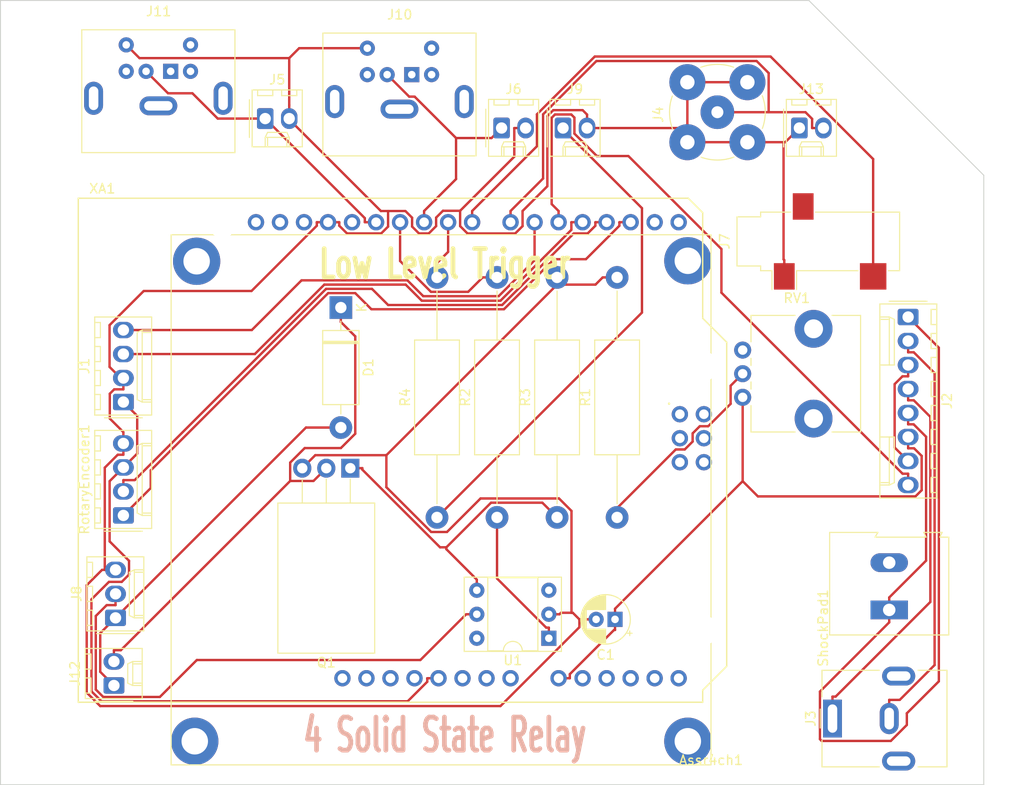
<source format=kicad_pcb>
(kicad_pcb (version 20171130) (host pcbnew 5.1.2-5.1.2)

  (general
    (thickness 1.6)
    (drawings 5)
    (tracks 314)
    (zones 0)
    (modules 26)
    (nets 26)
  )

  (page A4)
  (title_block
    (title PCB)
    (date 2019-07-06)
    (rev 2019.07.06)
    (company "BhallaLab, NCBS Bangalore")
    (comment 1 "Dorababu/Dilawar Singh")
  )

  (layers
    (0 F.Cu jumper)
    (31 B.Cu signal hide)
    (32 B.Adhes user)
    (33 F.Adhes user)
    (34 B.Paste user)
    (35 F.Paste user)
    (36 B.SilkS user)
    (37 F.SilkS user)
    (38 B.Mask user)
    (39 F.Mask user)
    (40 Dwgs.User user)
    (41 Cmts.User user)
    (42 Eco1.User user)
    (43 Eco2.User user)
    (44 Edge.Cuts user)
    (45 Margin user)
    (46 B.CrtYd user)
    (47 F.CrtYd user)
    (48 B.Fab user)
    (49 F.Fab user)
  )

  (setup
    (last_trace_width 0.25)
    (trace_clearance 0.2)
    (zone_clearance 0.508)
    (zone_45_only no)
    (trace_min 0.2)
    (via_size 0.8)
    (via_drill 0.4)
    (via_min_size 0.4)
    (via_min_drill 0.3)
    (uvia_size 0.3)
    (uvia_drill 0.1)
    (uvias_allowed no)
    (uvia_min_size 0.2)
    (uvia_min_drill 0.1)
    (edge_width 0.1)
    (segment_width 0.2)
    (pcb_text_width 0.3)
    (pcb_text_size 1.5 1.5)
    (mod_edge_width 0.15)
    (mod_text_size 1 1)
    (mod_text_width 0.15)
    (pad_size 1.524 1.524)
    (pad_drill 0.762)
    (pad_to_mask_clearance 0)
    (aux_axis_origin 0 0)
    (visible_elements FFFFFF7F)
    (pcbplotparams
      (layerselection 0x010fc_ffffffff)
      (usegerberextensions false)
      (usegerberattributes false)
      (usegerberadvancedattributes false)
      (creategerberjobfile true)
      (excludeedgelayer true)
      (linewidth 0.200000)
      (plotframeref true)
      (viasonmask false)
      (mode 1)
      (useauxorigin false)
      (hpglpennumber 1)
      (hpglpenspeed 20)
      (hpglpendiameter 15.000000)
      (psnegative false)
      (psa4output false)
      (plotreference true)
      (plotvalue true)
      (plotinvisibletext false)
      (padsonsilk false)
      (subtractmaskfromsilk false)
      (outputformat 1)
      (mirror false)
      (drillshape 0)
      (scaleselection 1)
      (outputdirectory "GERBER/"))
  )

  (net 0 "")
  (net 1 EX_12V)
  (net 2 "Net-(D1-Pad1)")
  (net 3 5V)
  (net 4 PAD+)
  (net 5 PAD-)
  (net 6 OUT+)
  (net 7 OUT-)
  (net 8 AGND)
  (net 9 EX_5V)
  (net 10 "Net-(Q1-Pad1)")
  (net 11 "Net-(R2-Pad1)")
  (net 12 ShockRead)
  (net 13 ShockPWM)
  (net 14 ShockStimIsolator)
  (net 15 ImagingTrig)
  (net 16 CamTTL)
  (net 17 TONE+)
  (net 18 "Net-(J9-Pad1)")
  (net 19 "Net-(R1-Pad1)")
  (net 20 Puff)
  (net 21 LED)
  (net 22 EncB)
  (net 23 EncA)
  (net 24 ShockRelayCh34)
  (net 25 ShockRelayCh12)

  (net_class Default "This is the default net class."
    (clearance 0.2)
    (trace_width 0.25)
    (via_dia 0.8)
    (via_drill 0.4)
    (uvia_dia 0.3)
    (uvia_drill 0.1)
    (add_net 5V)
    (add_net AGND)
    (add_net CamTTL)
    (add_net EX_12V)
    (add_net EX_5V)
    (add_net EncA)
    (add_net EncB)
    (add_net ImagingTrig)
    (add_net LED)
    (add_net "Net-(D1-Pad1)")
    (add_net "Net-(J9-Pad1)")
    (add_net "Net-(Q1-Pad1)")
    (add_net "Net-(R1-Pad1)")
    (add_net "Net-(R2-Pad1)")
    (add_net OUT+)
    (add_net OUT-)
    (add_net PAD+)
    (add_net PAD-)
    (add_net Puff)
    (add_net ShockPWM)
    (add_net ShockRead)
    (add_net ShockRelayCh12)
    (add_net ShockRelayCh34)
    (add_net ShockStimIsolator)
    (add_net TONE+)
  )

  (module Connector_Molex:Molex_KK-254_AE-6410-02A_1x02_P2.54mm_Vertical (layer F.Cu) (tedit 5B78013E) (tstamp 5D21FE1C)
    (at 207 54)
    (descr "Molex KK-254 Interconnect System, old/engineering part number: AE-6410-02A example for new part number: 22-27-2021, 2 Pins (http://www.molex.com/pdm_docs/sd/022272021_sd.pdf), generated with kicad-footprint-generator")
    (tags "connector Molex KK-254 side entry")
    (path /5D2BFB14)
    (fp_text reference J13 (at 1.27 -4.12) (layer F.SilkS)
      (effects (font (size 1 1) (thickness 0.15)))
    )
    (fp_text value StimIsoIN (at 1.27 4.08) (layer F.Fab)
      (effects (font (size 1 1) (thickness 0.15)))
    )
    (fp_text user %R (at 1.27 -2.22) (layer F.Fab)
      (effects (font (size 1 1) (thickness 0.15)))
    )
    (fp_line (start 4.31 -3.42) (end -1.77 -3.42) (layer F.CrtYd) (width 0.05))
    (fp_line (start 4.31 3.38) (end 4.31 -3.42) (layer F.CrtYd) (width 0.05))
    (fp_line (start -1.77 3.38) (end 4.31 3.38) (layer F.CrtYd) (width 0.05))
    (fp_line (start -1.77 -3.42) (end -1.77 3.38) (layer F.CrtYd) (width 0.05))
    (fp_line (start 3.34 -2.43) (end 3.34 -3.03) (layer F.SilkS) (width 0.12))
    (fp_line (start 1.74 -2.43) (end 3.34 -2.43) (layer F.SilkS) (width 0.12))
    (fp_line (start 1.74 -3.03) (end 1.74 -2.43) (layer F.SilkS) (width 0.12))
    (fp_line (start 0.8 -2.43) (end 0.8 -3.03) (layer F.SilkS) (width 0.12))
    (fp_line (start -0.8 -2.43) (end 0.8 -2.43) (layer F.SilkS) (width 0.12))
    (fp_line (start -0.8 -3.03) (end -0.8 -2.43) (layer F.SilkS) (width 0.12))
    (fp_line (start 2.29 2.99) (end 2.29 1.99) (layer F.SilkS) (width 0.12))
    (fp_line (start 0.25 2.99) (end 0.25 1.99) (layer F.SilkS) (width 0.12))
    (fp_line (start 2.29 1.46) (end 2.54 1.99) (layer F.SilkS) (width 0.12))
    (fp_line (start 0.25 1.46) (end 2.29 1.46) (layer F.SilkS) (width 0.12))
    (fp_line (start 0 1.99) (end 0.25 1.46) (layer F.SilkS) (width 0.12))
    (fp_line (start 2.54 1.99) (end 2.54 2.99) (layer F.SilkS) (width 0.12))
    (fp_line (start 0 1.99) (end 2.54 1.99) (layer F.SilkS) (width 0.12))
    (fp_line (start 0 2.99) (end 0 1.99) (layer F.SilkS) (width 0.12))
    (fp_line (start -0.562893 0) (end -1.27 0.5) (layer F.Fab) (width 0.1))
    (fp_line (start -1.27 -0.5) (end -0.562893 0) (layer F.Fab) (width 0.1))
    (fp_line (start -1.67 -2) (end -1.67 2) (layer F.SilkS) (width 0.12))
    (fp_line (start 3.92 -3.03) (end -1.38 -3.03) (layer F.SilkS) (width 0.12))
    (fp_line (start 3.92 2.99) (end 3.92 -3.03) (layer F.SilkS) (width 0.12))
    (fp_line (start -1.38 2.99) (end 3.92 2.99) (layer F.SilkS) (width 0.12))
    (fp_line (start -1.38 -3.03) (end -1.38 2.99) (layer F.SilkS) (width 0.12))
    (fp_line (start 3.81 -2.92) (end -1.27 -2.92) (layer F.Fab) (width 0.1))
    (fp_line (start 3.81 2.88) (end 3.81 -2.92) (layer F.Fab) (width 0.1))
    (fp_line (start -1.27 2.88) (end 3.81 2.88) (layer F.Fab) (width 0.1))
    (fp_line (start -1.27 -2.92) (end -1.27 2.88) (layer F.Fab) (width 0.1))
    (pad 2 thru_hole oval (at 2.54 0) (size 1.74 2.2) (drill 1.2) (layers *.Cu *.Mask)
      (net 14 ShockStimIsolator))
    (pad 1 thru_hole roundrect (at 0 0) (size 1.74 2.2) (drill 1.2) (layers *.Cu *.Mask) (roundrect_rratio 0.143678)
      (net 8 AGND))
    (model ${KISYS3DMOD}/Connector_Molex.3dshapes/Molex_KK-254_AE-6410-02A_1x02_P2.54mm_Vertical.wrl
      (at (xyz 0 0 0))
      (scale (xyz 1 1 1))
      (rotate (xyz 0 0 0))
    )
  )

  (module Connector_Molex:Molex_KK-254_AE-6410-04A_1x04_P2.54mm_Vertical (layer F.Cu) (tedit 5B78013E) (tstamp 5D2199C8)
    (at 135.5 83 90)
    (descr "Molex KK-254 Interconnect System, old/engineering part number: AE-6410-04A example for new part number: 22-27-2041, 4 Pins (http://www.molex.com/pdm_docs/sd/022272021_sd.pdf), generated with kicad-footprint-generator")
    (tags "connector Molex KK-254 side entry")
    (path /5D2916A0)
    (fp_text reference J1 (at 3.81 -4.12 90) (layer F.SilkS)
      (effects (font (size 1 1) (thickness 0.15)))
    )
    (fp_text value SSR_INPUT (at 3.81 4.08 90) (layer F.Fab)
      (effects (font (size 1 1) (thickness 0.15)))
    )
    (fp_text user %R (at 3.81 -2.22 90) (layer F.Fab)
      (effects (font (size 1 1) (thickness 0.15)))
    )
    (fp_line (start 9.39 -3.42) (end -1.77 -3.42) (layer F.CrtYd) (width 0.05))
    (fp_line (start 9.39 3.38) (end 9.39 -3.42) (layer F.CrtYd) (width 0.05))
    (fp_line (start -1.77 3.38) (end 9.39 3.38) (layer F.CrtYd) (width 0.05))
    (fp_line (start -1.77 -3.42) (end -1.77 3.38) (layer F.CrtYd) (width 0.05))
    (fp_line (start 8.42 -2.43) (end 8.42 -3.03) (layer F.SilkS) (width 0.12))
    (fp_line (start 6.82 -2.43) (end 8.42 -2.43) (layer F.SilkS) (width 0.12))
    (fp_line (start 6.82 -3.03) (end 6.82 -2.43) (layer F.SilkS) (width 0.12))
    (fp_line (start 5.88 -2.43) (end 5.88 -3.03) (layer F.SilkS) (width 0.12))
    (fp_line (start 4.28 -2.43) (end 5.88 -2.43) (layer F.SilkS) (width 0.12))
    (fp_line (start 4.28 -3.03) (end 4.28 -2.43) (layer F.SilkS) (width 0.12))
    (fp_line (start 3.34 -2.43) (end 3.34 -3.03) (layer F.SilkS) (width 0.12))
    (fp_line (start 1.74 -2.43) (end 3.34 -2.43) (layer F.SilkS) (width 0.12))
    (fp_line (start 1.74 -3.03) (end 1.74 -2.43) (layer F.SilkS) (width 0.12))
    (fp_line (start 0.8 -2.43) (end 0.8 -3.03) (layer F.SilkS) (width 0.12))
    (fp_line (start -0.8 -2.43) (end 0.8 -2.43) (layer F.SilkS) (width 0.12))
    (fp_line (start -0.8 -3.03) (end -0.8 -2.43) (layer F.SilkS) (width 0.12))
    (fp_line (start 7.37 2.99) (end 7.37 1.99) (layer F.SilkS) (width 0.12))
    (fp_line (start 0.25 2.99) (end 0.25 1.99) (layer F.SilkS) (width 0.12))
    (fp_line (start 7.37 1.46) (end 7.62 1.99) (layer F.SilkS) (width 0.12))
    (fp_line (start 0.25 1.46) (end 7.37 1.46) (layer F.SilkS) (width 0.12))
    (fp_line (start 0 1.99) (end 0.25 1.46) (layer F.SilkS) (width 0.12))
    (fp_line (start 7.62 1.99) (end 7.62 2.99) (layer F.SilkS) (width 0.12))
    (fp_line (start 0 1.99) (end 7.62 1.99) (layer F.SilkS) (width 0.12))
    (fp_line (start 0 2.99) (end 0 1.99) (layer F.SilkS) (width 0.12))
    (fp_line (start -0.562893 0) (end -1.27 0.5) (layer F.Fab) (width 0.1))
    (fp_line (start -1.27 -0.5) (end -0.562893 0) (layer F.Fab) (width 0.1))
    (fp_line (start -1.67 -2) (end -1.67 2) (layer F.SilkS) (width 0.12))
    (fp_line (start 9 -3.03) (end -1.38 -3.03) (layer F.SilkS) (width 0.12))
    (fp_line (start 9 2.99) (end 9 -3.03) (layer F.SilkS) (width 0.12))
    (fp_line (start -1.38 2.99) (end 9 2.99) (layer F.SilkS) (width 0.12))
    (fp_line (start -1.38 -3.03) (end -1.38 2.99) (layer F.SilkS) (width 0.12))
    (fp_line (start 8.89 -2.92) (end -1.27 -2.92) (layer F.Fab) (width 0.1))
    (fp_line (start 8.89 2.88) (end 8.89 -2.92) (layer F.Fab) (width 0.1))
    (fp_line (start -1.27 2.88) (end 8.89 2.88) (layer F.Fab) (width 0.1))
    (fp_line (start -1.27 -2.92) (end -1.27 2.88) (layer F.Fab) (width 0.1))
    (pad 4 thru_hole oval (at 7.62 0 90) (size 1.74 2.2) (drill 1.2) (layers *.Cu *.Mask)
      (net 24 ShockRelayCh34))
    (pad 3 thru_hole oval (at 5.08 0 90) (size 1.74 2.2) (drill 1.2) (layers *.Cu *.Mask)
      (net 25 ShockRelayCh12))
    (pad 2 thru_hole oval (at 2.54 0 90) (size 1.74 2.2) (drill 1.2) (layers *.Cu *.Mask)
      (net 8 AGND))
    (pad 1 thru_hole roundrect (at 0 0 90) (size 1.74 2.2) (drill 1.2) (layers *.Cu *.Mask) (roundrect_rratio 0.143678)
      (net 3 5V))
    (model ${KISYS3DMOD}/Connector_Molex.3dshapes/Molex_KK-254_AE-6410-04A_1x04_P2.54mm_Vertical.wrl
      (at (xyz 0 0 0))
      (scale (xyz 1 1 1))
      (rotate (xyz 0 0 0))
    )
  )

  (module TerminalBlock:TerminalBlock_Altech_AK300-2_P5.00mm (layer F.Cu) (tedit 59FF0306) (tstamp 5D212283)
    (at 216.5 105 90)
    (descr "Altech AK300 terminal block, pitch 5.0mm, 45 degree angled, see http://www.mouser.com/ds/2/16/PCBMETRC-24178.pdf")
    (tags "Altech AK300 terminal block pitch 5.0mm")
    (path /5D3BD131)
    (fp_text reference ShockPad1 (at -1.92 -6.99 90) (layer F.SilkS)
      (effects (font (size 1 1) (thickness 0.15)))
    )
    (fp_text value ShockPad (at 2.78 7.75 90) (layer F.Fab)
      (effects (font (size 1 1) (thickness 0.15)))
    )
    (fp_arc (start -1.13 -4.65) (end -1.42 -4.13) (angle 104.2) (layer F.Fab) (width 0.1))
    (fp_arc (start -0.01 -3.71) (end -1.62 -5) (angle 100) (layer F.Fab) (width 0.1))
    (fp_arc (start 0.06 -6.07) (end 1.53 -4.12) (angle 75.5) (layer F.Fab) (width 0.1))
    (fp_arc (start 1.03 -4.59) (end 1.53 -5.05) (angle 90.5) (layer F.Fab) (width 0.1))
    (fp_arc (start 3.87 -4.65) (end 3.58 -4.13) (angle 104.2) (layer F.Fab) (width 0.1))
    (fp_arc (start 4.99 -3.71) (end 3.39 -5) (angle 100) (layer F.Fab) (width 0.1))
    (fp_arc (start 5.07 -6.07) (end 6.53 -4.12) (angle 75.5) (layer F.Fab) (width 0.1))
    (fp_arc (start 6.03 -4.59) (end 6.54 -5.05) (angle 90.5) (layer F.Fab) (width 0.1))
    (fp_line (start 8.36 6.47) (end -2.83 6.47) (layer F.CrtYd) (width 0.05))
    (fp_line (start 8.36 6.47) (end 8.36 -6.47) (layer F.CrtYd) (width 0.05))
    (fp_line (start -2.83 -6.47) (end -2.83 6.47) (layer F.CrtYd) (width 0.05))
    (fp_line (start -2.83 -6.47) (end 8.36 -6.47) (layer F.CrtYd) (width 0.05))
    (fp_line (start 3.36 -0.25) (end 6.67 -0.25) (layer F.Fab) (width 0.1))
    (fp_line (start 2.98 -0.25) (end 3.36 -0.25) (layer F.Fab) (width 0.1))
    (fp_line (start 7.05 -0.25) (end 6.67 -0.25) (layer F.Fab) (width 0.1))
    (fp_line (start 6.67 -0.64) (end 3.36 -0.64) (layer F.Fab) (width 0.1))
    (fp_line (start 7.61 -0.64) (end 6.67 -0.64) (layer F.Fab) (width 0.1))
    (fp_line (start 1.66 -0.64) (end 3.36 -0.64) (layer F.Fab) (width 0.1))
    (fp_line (start -1.64 -0.64) (end 1.66 -0.64) (layer F.Fab) (width 0.1))
    (fp_line (start -2.58 -0.64) (end -1.64 -0.64) (layer F.Fab) (width 0.1))
    (fp_line (start 1.66 -0.25) (end -1.64 -0.25) (layer F.Fab) (width 0.1))
    (fp_line (start 2.04 -0.25) (end 1.66 -0.25) (layer F.Fab) (width 0.1))
    (fp_line (start -2.02 -0.25) (end -1.64 -0.25) (layer F.Fab) (width 0.1))
    (fp_line (start -1.49 -4.32) (end 1.56 -4.95) (layer F.Fab) (width 0.1))
    (fp_line (start -1.62 -4.45) (end 1.44 -5.08) (layer F.Fab) (width 0.1))
    (fp_line (start 3.52 -4.32) (end 6.56 -4.95) (layer F.Fab) (width 0.1))
    (fp_line (start 3.39 -4.45) (end 6.44 -5.08) (layer F.Fab) (width 0.1))
    (fp_line (start 2.04 -5.97) (end -2.02 -5.97) (layer F.Fab) (width 0.1))
    (fp_line (start -2.02 -3.43) (end -2.02 -5.97) (layer F.Fab) (width 0.1))
    (fp_line (start 2.04 -3.43) (end -2.02 -3.43) (layer F.Fab) (width 0.1))
    (fp_line (start 2.04 -3.43) (end 2.04 -5.97) (layer F.Fab) (width 0.1))
    (fp_line (start 7.05 -3.43) (end 2.98 -3.43) (layer F.Fab) (width 0.1))
    (fp_line (start 7.05 -5.97) (end 7.05 -3.43) (layer F.Fab) (width 0.1))
    (fp_line (start 2.98 -5.97) (end 7.05 -5.97) (layer F.Fab) (width 0.1))
    (fp_line (start 2.98 -3.43) (end 2.98 -5.97) (layer F.Fab) (width 0.1))
    (fp_line (start 7.61 -3.17) (end 7.61 -1.65) (layer F.Fab) (width 0.1))
    (fp_line (start -2.58 -3.17) (end -2.58 -6.22) (layer F.Fab) (width 0.1))
    (fp_line (start -2.58 -3.17) (end 7.61 -3.17) (layer F.Fab) (width 0.1))
    (fp_line (start 7.61 -0.64) (end 7.61 4.06) (layer F.Fab) (width 0.1))
    (fp_line (start 7.61 -1.65) (end 7.61 -0.64) (layer F.Fab) (width 0.1))
    (fp_line (start -2.58 -0.64) (end -2.58 -3.17) (layer F.Fab) (width 0.1))
    (fp_line (start -2.58 6.22) (end -2.58 -0.64) (layer F.Fab) (width 0.1))
    (fp_line (start 6.67 0.51) (end 6.28 0.51) (layer F.Fab) (width 0.1))
    (fp_line (start 3.36 0.51) (end 3.74 0.51) (layer F.Fab) (width 0.1))
    (fp_line (start 1.66 0.51) (end 1.28 0.51) (layer F.Fab) (width 0.1))
    (fp_line (start -1.64 0.51) (end -1.26 0.51) (layer F.Fab) (width 0.1))
    (fp_line (start -1.64 3.68) (end -1.64 0.51) (layer F.Fab) (width 0.1))
    (fp_line (start 1.66 3.68) (end -1.64 3.68) (layer F.Fab) (width 0.1))
    (fp_line (start 1.66 3.68) (end 1.66 0.51) (layer F.Fab) (width 0.1))
    (fp_line (start 3.36 3.68) (end 3.36 0.51) (layer F.Fab) (width 0.1))
    (fp_line (start 6.67 3.68) (end 3.36 3.68) (layer F.Fab) (width 0.1))
    (fp_line (start 6.67 3.68) (end 6.67 0.51) (layer F.Fab) (width 0.1))
    (fp_line (start -2.02 4.32) (end -2.02 6.22) (layer F.Fab) (width 0.1))
    (fp_line (start 2.04 4.32) (end 2.04 -0.25) (layer F.Fab) (width 0.1))
    (fp_line (start 2.04 4.32) (end -2.02 4.32) (layer F.Fab) (width 0.1))
    (fp_line (start 7.05 4.32) (end 7.05 6.22) (layer F.Fab) (width 0.1))
    (fp_line (start 2.98 4.32) (end 2.98 -0.25) (layer F.Fab) (width 0.1))
    (fp_line (start 2.98 4.32) (end 7.05 4.32) (layer F.Fab) (width 0.1))
    (fp_line (start -2.02 6.22) (end 2.04 6.22) (layer F.Fab) (width 0.1))
    (fp_line (start -2.58 6.22) (end -2.02 6.22) (layer F.Fab) (width 0.1))
    (fp_line (start -2.02 -0.25) (end -2.02 4.32) (layer F.Fab) (width 0.1))
    (fp_line (start 2.04 6.22) (end 2.98 6.22) (layer F.Fab) (width 0.1))
    (fp_line (start 2.04 6.22) (end 2.04 4.32) (layer F.Fab) (width 0.1))
    (fp_line (start 7.05 6.22) (end 7.61 6.22) (layer F.Fab) (width 0.1))
    (fp_line (start 2.98 6.22) (end 7.05 6.22) (layer F.Fab) (width 0.1))
    (fp_line (start 7.05 -0.25) (end 7.05 4.32) (layer F.Fab) (width 0.1))
    (fp_line (start 2.98 6.22) (end 2.98 4.32) (layer F.Fab) (width 0.1))
    (fp_line (start 8.11 3.81) (end 8.11 5.46) (layer F.Fab) (width 0.1))
    (fp_line (start 7.61 4.06) (end 7.61 5.21) (layer F.Fab) (width 0.1))
    (fp_line (start 8.11 3.81) (end 7.61 4.06) (layer F.Fab) (width 0.1))
    (fp_line (start 7.61 5.21) (end 7.61 6.22) (layer F.Fab) (width 0.1))
    (fp_line (start 8.11 5.46) (end 7.61 5.21) (layer F.Fab) (width 0.1))
    (fp_line (start 8.11 -1.4) (end 7.61 -1.65) (layer F.Fab) (width 0.1))
    (fp_line (start 8.11 -6.22) (end 8.11 -1.4) (layer F.Fab) (width 0.1))
    (fp_line (start 7.61 -6.22) (end 8.11 -6.22) (layer F.Fab) (width 0.1))
    (fp_line (start 7.61 -6.22) (end -2.58 -6.22) (layer F.Fab) (width 0.1))
    (fp_line (start 7.61 -6.22) (end 7.61 -3.17) (layer F.Fab) (width 0.1))
    (fp_line (start 3.74 2.54) (end 3.74 -0.25) (layer F.Fab) (width 0.1))
    (fp_line (start 3.74 -0.25) (end 6.28 -0.25) (layer F.Fab) (width 0.1))
    (fp_line (start 6.28 2.54) (end 6.28 -0.25) (layer F.Fab) (width 0.1))
    (fp_line (start 3.74 2.54) (end 6.28 2.54) (layer F.Fab) (width 0.1))
    (fp_line (start -1.26 2.54) (end -1.26 -0.25) (layer F.Fab) (width 0.1))
    (fp_line (start -1.26 -0.25) (end 1.28 -0.25) (layer F.Fab) (width 0.1))
    (fp_line (start 1.28 2.54) (end 1.28 -0.25) (layer F.Fab) (width 0.1))
    (fp_line (start -1.26 2.54) (end 1.28 2.54) (layer F.Fab) (width 0.1))
    (fp_line (start 8.2 -6.3) (end -2.65 -6.3) (layer F.SilkS) (width 0.12))
    (fp_line (start 8.2 -1.2) (end 8.2 -6.3) (layer F.SilkS) (width 0.12))
    (fp_line (start 7.7 -1.5) (end 8.2 -1.2) (layer F.SilkS) (width 0.12))
    (fp_line (start 7.7 3.9) (end 7.7 -1.5) (layer F.SilkS) (width 0.12))
    (fp_line (start 8.2 3.65) (end 7.7 3.9) (layer F.SilkS) (width 0.12))
    (fp_line (start 8.2 3.7) (end 8.2 3.65) (layer F.SilkS) (width 0.12))
    (fp_line (start 8.2 5.6) (end 8.2 3.7) (layer F.SilkS) (width 0.12))
    (fp_line (start 7.7 5.35) (end 8.2 5.6) (layer F.SilkS) (width 0.12))
    (fp_line (start 7.7 6.3) (end 7.7 5.35) (layer F.SilkS) (width 0.12))
    (fp_line (start -2.65 6.3) (end 7.7 6.3) (layer F.SilkS) (width 0.12))
    (fp_line (start -2.65 -6.3) (end -2.65 6.3) (layer F.SilkS) (width 0.12))
    (fp_text user %R (at 2.5 -2 90) (layer F.Fab)
      (effects (font (size 1 1) (thickness 0.15)))
    )
    (pad 2 thru_hole oval (at 5 0 90) (size 1.98 3.96) (drill 1.32) (layers *.Cu *.Mask))
    (pad 1 thru_hole rect (at 0 0 90) (size 1.98 3.96) (drill 1.32) (layers *.Cu *.Mask)
      (net 5 PAD-))
    (model ${KISYS3DMOD}/TerminalBlock.3dshapes/TerminalBlock_Altech_AK300-2_P5.00mm.wrl
      (at (xyz 0 0 0))
      (scale (xyz 1 1 1))
      (rotate (xyz 0 0 0))
    )
  )

  (module Potentiometer_THT:Potentiometer_Alps_RK09L_Single_Vertical (layer F.Cu) (tedit 5A3D4993) (tstamp 5D21E629)
    (at 201 82.5)
    (descr "Potentiometer, vertical, Alps RK09L Single, http://www.alps.com/prod/info/E/HTML/Potentiometer/RotaryPotentiometers/RK09L/RK09L_list.html")
    (tags "Potentiometer vertical Alps RK09L Single")
    (path /5D261470)
    (fp_text reference RV1 (at 5.725 -10.5) (layer F.SilkS)
      (effects (font (size 1 1) (thickness 0.15)))
    )
    (fp_text value "1 MegOhm" (at 5.725 5.5) (layer F.Fab)
      (effects (font (size 1 1) (thickness 0.15)))
    )
    (fp_text user %R (at 2 -2.5 90) (layer F.Fab)
      (effects (font (size 1 1) (thickness 0.15)))
    )
    (fp_line (start 12.6 -9.5) (end -1.15 -9.5) (layer F.CrtYd) (width 0.05))
    (fp_line (start 12.6 4.5) (end 12.6 -9.5) (layer F.CrtYd) (width 0.05))
    (fp_line (start -1.15 4.5) (end 12.6 4.5) (layer F.CrtYd) (width 0.05))
    (fp_line (start -1.15 -9.5) (end -1.15 4.5) (layer F.CrtYd) (width 0.05))
    (fp_line (start 12.47 -8.67) (end 12.47 3.67) (layer F.SilkS) (width 0.12))
    (fp_line (start 0.88 0.87) (end 0.88 3.67) (layer F.SilkS) (width 0.12))
    (fp_line (start 0.88 -1.629) (end 0.88 -0.87) (layer F.SilkS) (width 0.12))
    (fp_line (start 0.88 -4.129) (end 0.88 -3.37) (layer F.SilkS) (width 0.12))
    (fp_line (start 0.88 -8.67) (end 0.88 -5.871) (layer F.SilkS) (width 0.12))
    (fp_line (start 9.455 3.67) (end 12.47 3.67) (layer F.SilkS) (width 0.12))
    (fp_line (start 0.88 3.67) (end 5.546 3.67) (layer F.SilkS) (width 0.12))
    (fp_line (start 9.455 -8.67) (end 12.47 -8.67) (layer F.SilkS) (width 0.12))
    (fp_line (start 0.88 -8.67) (end 5.546 -8.67) (layer F.SilkS) (width 0.12))
    (fp_line (start 12.35 -8.55) (end 1 -8.55) (layer F.Fab) (width 0.1))
    (fp_line (start 12.35 3.55) (end 12.35 -8.55) (layer F.Fab) (width 0.1))
    (fp_line (start 1 3.55) (end 12.35 3.55) (layer F.Fab) (width 0.1))
    (fp_line (start 1 -8.55) (end 1 3.55) (layer F.Fab) (width 0.1))
    (fp_circle (center 7.5 -2.5) (end 10.5 -2.5) (layer F.Fab) (width 0.1))
    (pad "" np_thru_hole circle (at 7.5 2.25) (size 4 4) (drill 2) (layers *.Cu *.Mask))
    (pad "" np_thru_hole circle (at 7.5 -7.25) (size 4 4) (drill 2) (layers *.Cu *.Mask))
    (pad 1 thru_hole circle (at 0 0) (size 1.8 1.8) (drill 1) (layers *.Cu *.Mask)
      (net 12 ShockRead))
    (pad 2 thru_hole circle (at 0 -2.5) (size 1.8 1.8) (drill 1) (layers *.Cu *.Mask)
      (net 19 "Net-(R1-Pad1)"))
    (pad 3 thru_hole circle (at 0 -5) (size 1.8 1.8) (drill 1) (layers *.Cu *.Mask))
    (model ${KISYS3DMOD}/Potentiometer_THT.3dshapes/Potentiometer_Alps_RK09L_Single_Vertical.wrl
      (at (xyz 0 0 0))
      (scale (xyz 1 1 1))
      (rotate (xyz 0 0 0))
    )
  )

  (module Connector_Molex:Molex_KK-254_AE-6410-04A_1x04_P2.54mm_Vertical (layer F.Cu) (tedit 5B78013E) (tstamp 5D212201)
    (at 135.5 95 90)
    (descr "Molex KK-254 Interconnect System, old/engineering part number: AE-6410-04A example for new part number: 22-27-2041, 4 Pins (http://www.molex.com/pdm_docs/sd/022272021_sd.pdf), generated with kicad-footprint-generator")
    (tags "connector Molex KK-254 side entry")
    (path /5D3982F6)
    (fp_text reference RotaryEncoder1 (at 3.81 -4.12 90) (layer F.SilkS)
      (effects (font (size 1 1) (thickness 0.15)))
    )
    (fp_text value "Orange Optical RotaryEncoder" (at 3.81 4.08 90) (layer F.Fab)
      (effects (font (size 1 1) (thickness 0.15)))
    )
    (fp_text user %R (at 3.81 -2.22 90) (layer F.Fab)
      (effects (font (size 1 1) (thickness 0.15)))
    )
    (fp_line (start 9.39 -3.42) (end -1.77 -3.42) (layer F.CrtYd) (width 0.05))
    (fp_line (start 9.39 3.38) (end 9.39 -3.42) (layer F.CrtYd) (width 0.05))
    (fp_line (start -1.77 3.38) (end 9.39 3.38) (layer F.CrtYd) (width 0.05))
    (fp_line (start -1.77 -3.42) (end -1.77 3.38) (layer F.CrtYd) (width 0.05))
    (fp_line (start 8.42 -2.43) (end 8.42 -3.03) (layer F.SilkS) (width 0.12))
    (fp_line (start 6.82 -2.43) (end 8.42 -2.43) (layer F.SilkS) (width 0.12))
    (fp_line (start 6.82 -3.03) (end 6.82 -2.43) (layer F.SilkS) (width 0.12))
    (fp_line (start 5.88 -2.43) (end 5.88 -3.03) (layer F.SilkS) (width 0.12))
    (fp_line (start 4.28 -2.43) (end 5.88 -2.43) (layer F.SilkS) (width 0.12))
    (fp_line (start 4.28 -3.03) (end 4.28 -2.43) (layer F.SilkS) (width 0.12))
    (fp_line (start 3.34 -2.43) (end 3.34 -3.03) (layer F.SilkS) (width 0.12))
    (fp_line (start 1.74 -2.43) (end 3.34 -2.43) (layer F.SilkS) (width 0.12))
    (fp_line (start 1.74 -3.03) (end 1.74 -2.43) (layer F.SilkS) (width 0.12))
    (fp_line (start 0.8 -2.43) (end 0.8 -3.03) (layer F.SilkS) (width 0.12))
    (fp_line (start -0.8 -2.43) (end 0.8 -2.43) (layer F.SilkS) (width 0.12))
    (fp_line (start -0.8 -3.03) (end -0.8 -2.43) (layer F.SilkS) (width 0.12))
    (fp_line (start 7.37 2.99) (end 7.37 1.99) (layer F.SilkS) (width 0.12))
    (fp_line (start 0.25 2.99) (end 0.25 1.99) (layer F.SilkS) (width 0.12))
    (fp_line (start 7.37 1.46) (end 7.62 1.99) (layer F.SilkS) (width 0.12))
    (fp_line (start 0.25 1.46) (end 7.37 1.46) (layer F.SilkS) (width 0.12))
    (fp_line (start 0 1.99) (end 0.25 1.46) (layer F.SilkS) (width 0.12))
    (fp_line (start 7.62 1.99) (end 7.62 2.99) (layer F.SilkS) (width 0.12))
    (fp_line (start 0 1.99) (end 7.62 1.99) (layer F.SilkS) (width 0.12))
    (fp_line (start 0 2.99) (end 0 1.99) (layer F.SilkS) (width 0.12))
    (fp_line (start -0.562893 0) (end -1.27 0.5) (layer F.Fab) (width 0.1))
    (fp_line (start -1.27 -0.5) (end -0.562893 0) (layer F.Fab) (width 0.1))
    (fp_line (start -1.67 -2) (end -1.67 2) (layer F.SilkS) (width 0.12))
    (fp_line (start 9 -3.03) (end -1.38 -3.03) (layer F.SilkS) (width 0.12))
    (fp_line (start 9 2.99) (end 9 -3.03) (layer F.SilkS) (width 0.12))
    (fp_line (start -1.38 2.99) (end 9 2.99) (layer F.SilkS) (width 0.12))
    (fp_line (start -1.38 -3.03) (end -1.38 2.99) (layer F.SilkS) (width 0.12))
    (fp_line (start 8.89 -2.92) (end -1.27 -2.92) (layer F.Fab) (width 0.1))
    (fp_line (start 8.89 2.88) (end 8.89 -2.92) (layer F.Fab) (width 0.1))
    (fp_line (start -1.27 2.88) (end 8.89 2.88) (layer F.Fab) (width 0.1))
    (fp_line (start -1.27 -2.92) (end -1.27 2.88) (layer F.Fab) (width 0.1))
    (pad 4 thru_hole oval (at 7.62 0 90) (size 1.74 2.2) (drill 1.2) (layers *.Cu *.Mask)
      (net 8 AGND))
    (pad 3 thru_hole oval (at 5.08 0 90) (size 1.74 2.2) (drill 1.2) (layers *.Cu *.Mask)
      (net 3 5V))
    (pad 2 thru_hole oval (at 2.54 0 90) (size 1.74 2.2) (drill 1.2) (layers *.Cu *.Mask)
      (net 22 EncB))
    (pad 1 thru_hole roundrect (at 0 0 90) (size 1.74 2.2) (drill 1.2) (layers *.Cu *.Mask) (roundrect_rratio 0.143678)
      (net 23 EncA))
    (model ${KISYS3DMOD}/Connector_Molex.3dshapes/Molex_KK-254_AE-6410-04A_1x04_P2.54mm_Vertical.wrl
      (at (xyz 0 0 0))
      (scale (xyz 1 1 1))
      (rotate (xyz 0 0 0))
    )
  )

  (module BhallaLab:Connector_Mini-DIN_Female_6Pin_2rows (layer F.Cu) (tedit 58E946D2) (tstamp 5D21211C)
    (at 140.5 48)
    (descr "A footprint for the generic 6 pin Mini-DIN through hole connector with shell.")
    (tags "mini din 6pin connector socket")
    (path /5D22EBC4)
    (fp_text reference J11 (at -1.27 -6.35) (layer F.SilkS)
      (effects (font (size 1 1) (thickness 0.15)))
    )
    (fp_text value Imaging (at -0.03 10.15) (layer F.Fab)
      (effects (font (size 1 1) (thickness 0.15)))
    )
    (fp_text user %R (at -1.27 -6.35) (layer F.Fab)
      (effects (font (size 1 1) (thickness 0.15)))
    )
    (fp_line (start 6.7 -4.3) (end 6.7 8.5) (layer F.Fab) (width 0.1))
    (fp_line (start 6.7 8.5) (end -9.3 8.5) (layer F.Fab) (width 0.1))
    (fp_line (start -9.3 8.5) (end -9.3 -4.3) (layer F.Fab) (width 0.1))
    (fp_line (start -9.3 -4.3) (end 6.7 -4.3) (layer F.Fab) (width 0.1))
    (fp_line (start 6.8 -4.4) (end 6.8 8.6) (layer F.SilkS) (width 0.12))
    (fp_line (start -9.4 -4.4) (end -9.4 8.6) (layer F.SilkS) (width 0.12))
    (fp_line (start -9.4 -4.4) (end 6.8 -4.4) (layer F.SilkS) (width 0.12))
    (fp_line (start -9.4 8.6) (end 6.8 8.6) (layer F.SilkS) (width 0.12))
    (fp_line (start -9.81 -5.05) (end 7.19 -5.05) (layer F.CrtYd) (width 0.05))
    (fp_line (start -9.81 -5.05) (end -9.81 9) (layer F.CrtYd) (width 0.05))
    (fp_line (start 7.19 9) (end 7.19 -5.05) (layer F.CrtYd) (width 0.05))
    (fp_line (start 7.19 9) (end -9.81 9) (layer F.CrtYd) (width 0.05))
    (pad 7 thru_hole oval (at -8.15 2.85) (size 2 3.5) (drill oval 1 2.5) (layers *.Cu *.Mask))
    (pad 7 thru_hole oval (at 5.55 2.85) (size 2 3.5) (drill oval 1 2.5) (layers *.Cu *.Mask))
    (pad 1 thru_hole rect (at 0 0) (size 1.6 1.6) (drill 0.8) (layers *.Cu *.Mask))
    (pad 2 thru_hole circle (at -2.6 0) (size 1.6 1.6) (drill 0.8) (layers *.Cu *.Mask)
      (net 15 ImagingTrig))
    (pad 3 thru_hole circle (at 2.1 0) (size 1.6 1.6) (drill 0.8) (layers *.Cu *.Mask))
    (pad 4 thru_hole circle (at -4.7 0) (size 1.6 1.6) (drill 0.8) (layers *.Cu *.Mask))
    (pad 5 thru_hole circle (at 2.1 -2.8) (size 1.6 1.6) (drill 0.8) (layers *.Cu *.Mask))
    (pad 6 thru_hole circle (at -4.7 -2.8) (size 1.6 1.6) (drill 0.8) (layers *.Cu *.Mask)
      (net 8 AGND))
    (pad 7 thru_hole oval (at -1.3 3.65) (size 4 2) (drill oval 3 1) (layers *.Cu *.Mask))
  )

  (module BhallaLab:Connector_Mini-DIN_Female_6Pin_2rows (layer F.Cu) (tedit 58E946D2) (tstamp 5D212102)
    (at 166 48.35)
    (descr "A footprint for the generic 6 pin Mini-DIN through hole connector with shell.")
    (tags "mini din 6pin connector socket")
    (path /5D3F7145)
    (fp_text reference J10 (at -1.27 -6.35) (layer F.SilkS)
      (effects (font (size 1 1) (thickness 0.15)))
    )
    (fp_text value Cam (at -0.03 10.15) (layer F.Fab)
      (effects (font (size 1 1) (thickness 0.15)))
    )
    (fp_text user %R (at -1.27 -6.35) (layer F.Fab)
      (effects (font (size 1 1) (thickness 0.15)))
    )
    (fp_line (start 6.7 -4.3) (end 6.7 8.5) (layer F.Fab) (width 0.1))
    (fp_line (start 6.7 8.5) (end -9.3 8.5) (layer F.Fab) (width 0.1))
    (fp_line (start -9.3 8.5) (end -9.3 -4.3) (layer F.Fab) (width 0.1))
    (fp_line (start -9.3 -4.3) (end 6.7 -4.3) (layer F.Fab) (width 0.1))
    (fp_line (start 6.8 -4.4) (end 6.8 8.6) (layer F.SilkS) (width 0.12))
    (fp_line (start -9.4 -4.4) (end -9.4 8.6) (layer F.SilkS) (width 0.12))
    (fp_line (start -9.4 -4.4) (end 6.8 -4.4) (layer F.SilkS) (width 0.12))
    (fp_line (start -9.4 8.6) (end 6.8 8.6) (layer F.SilkS) (width 0.12))
    (fp_line (start -9.81 -5.05) (end 7.19 -5.05) (layer F.CrtYd) (width 0.05))
    (fp_line (start -9.81 -5.05) (end -9.81 9) (layer F.CrtYd) (width 0.05))
    (fp_line (start 7.19 9) (end 7.19 -5.05) (layer F.CrtYd) (width 0.05))
    (fp_line (start 7.19 9) (end -9.81 9) (layer F.CrtYd) (width 0.05))
    (pad 7 thru_hole oval (at -8.15 2.85) (size 2 3.5) (drill oval 1 2.5) (layers *.Cu *.Mask))
    (pad 7 thru_hole oval (at 5.55 2.85) (size 2 3.5) (drill oval 1 2.5) (layers *.Cu *.Mask))
    (pad 1 thru_hole rect (at 0 0) (size 1.6 1.6) (drill 0.8) (layers *.Cu *.Mask))
    (pad 2 thru_hole circle (at -2.6 0) (size 1.6 1.6) (drill 0.8) (layers *.Cu *.Mask)
      (net 16 CamTTL))
    (pad 3 thru_hole circle (at 2.1 0) (size 1.6 1.6) (drill 0.8) (layers *.Cu *.Mask))
    (pad 4 thru_hole circle (at -4.7 0) (size 1.6 1.6) (drill 0.8) (layers *.Cu *.Mask))
    (pad 5 thru_hole circle (at 2.1 -2.8) (size 1.6 1.6) (drill 0.8) (layers *.Cu *.Mask))
    (pad 6 thru_hole circle (at -4.7 -2.8) (size 1.6 1.6) (drill 0.8) (layers *.Cu *.Mask)
      (net 8 AGND))
    (pad 7 thru_hole oval (at -1.3 3.65) (size 4 2) (drill oval 3 1) (layers *.Cu *.Mask))
  )

  (module Connector_Audio:Jack_3.5mm_CUI_SJ-3523-SMT_Horizontal (layer F.Cu) (tedit 5C635420) (tstamp 5D2214E9)
    (at 209 66 90)
    (descr "3.5 mm, Stereo, Right Angle, Surface Mount (SMT), Audio Jack Connector (https://www.cui.com/product/resource/sj-352x-smt-series.pdf)")
    (tags "3.5mm audio cui horizontal jack stereo")
    (path /5D36E723)
    (attr smd)
    (fp_text reference J7 (at 0 -9.9 90) (layer F.SilkS)
      (effects (font (size 1 1) (thickness 0.15)))
    )
    (fp_text value AudioJack2 (at 0 10.35 90) (layer F.Fab)
      (effects (font (size 1 1) (thickness 0.15)))
    )
    (fp_line (start -3.1 -2.3) (end -5.1 -2.3) (layer F.SilkS) (width 0.12))
    (fp_line (start -3.1 -4.9) (end -5.1 -4.9) (layer F.SilkS) (width 0.12))
    (fp_line (start -3.1 4.2) (end -3.1 -2.3) (layer F.SilkS) (width 0.12))
    (fp_line (start -3.1 8.6) (end -3.1 7.4) (layer F.SilkS) (width 0.12))
    (fp_line (start 3.1 8.6) (end -3.1 8.6) (layer F.SilkS) (width 0.12))
    (fp_line (start 3.1 -0.3) (end 3.1 8.6) (layer F.SilkS) (width 0.12))
    (fp_line (start 3.1 -6.1) (end 3.1 -2.9) (layer F.SilkS) (width 0.12))
    (fp_line (start 2.6 -6.1) (end 3.1 -6.1) (layer F.SilkS) (width 0.12))
    (fp_line (start 2.6 -8.6) (end 2.6 -6.1) (layer F.SilkS) (width 0.12))
    (fp_line (start -2.6 -8.6) (end 2.6 -8.6) (layer F.SilkS) (width 0.12))
    (fp_line (start -2.6 -6.1) (end -2.6 -8.6) (layer F.SilkS) (width 0.12))
    (fp_line (start -3.1 -6.1) (end -2.6 -6.1) (layer F.SilkS) (width 0.12))
    (fp_line (start -3.1 -4.9) (end -3.1 -6.1) (layer F.SilkS) (width 0.12))
    (fp_text user %R (at 0 0 90) (layer F.Fab)
      (effects (font (size 1 1) (thickness 0.15)))
    )
    (fp_line (start -5.6 -9) (end 5.6 -9) (layer F.CrtYd) (width 0.05))
    (fp_line (start -5.6 9) (end -5.6 -9) (layer F.CrtYd) (width 0.05))
    (fp_line (start 5.6 9) (end -5.6 9) (layer F.CrtYd) (width 0.05))
    (fp_line (start 5.6 -9) (end 5.6 9) (layer F.CrtYd) (width 0.05))
    (fp_line (start 2.5 -6) (end 3 -6) (layer F.Fab) (width 0.1))
    (fp_line (start 2.5 -8.5) (end 2.5 -6) (layer F.Fab) (width 0.1))
    (fp_line (start -2.5 -8.5) (end 2.5 -8.5) (layer F.Fab) (width 0.1))
    (fp_line (start -2.5 -6) (end -2.5 -8.5) (layer F.Fab) (width 0.1))
    (fp_line (start -3 -6) (end -2.5 -6) (layer F.Fab) (width 0.1))
    (fp_line (start -3 8.5) (end -3 -6) (layer F.Fab) (width 0.1))
    (fp_line (start 3 8.5) (end -3 8.5) (layer F.Fab) (width 0.1))
    (fp_line (start 3 -6) (end 3 8.5) (layer F.Fab) (width 0.1))
    (pad "" np_thru_hole circle (at 0 4.5 90) (size 1.7 1.7) (drill 1.7) (layers *.Cu *.Mask))
    (pad "" np_thru_hole circle (at 0 -2.5 90) (size 1.7 1.7) (drill 1.7) (layers *.Cu *.Mask))
    (pad T smd rect (at -3.7 5.8 90) (size 2.8 2.8) (layers F.Cu F.Paste F.Mask)
      (net 17 TONE+))
    (pad S smd rect (at -3.7 -3.6 90) (size 2.8 2.2) (layers F.Cu F.Paste F.Mask)
      (net 8 AGND))
    (pad R smd rect (at 3.7 -1.6 90) (size 2.8 2.2) (layers F.Cu F.Paste F.Mask))
    (model ${KISYS3DMOD}/Connector_Audio.3dshapes/Jack_3.5mm_CUI_SJ-3523-SMT_Horizontal.wrl
      (at (xyz 0 0 0))
      (scale (xyz 1 1 1))
      (rotate (xyz 0 0 0))
    )
  )

  (module SSR4Channel:4ChannelSSR (layer F.Cu) (tedit 5D1EF1F4) (tstamp 5D21EC8E)
    (at 169.5 95 180)
    (path /5D27A18F)
    (fp_text reference Assr4ch1 (at -28.15 -25.9) (layer F.SilkS)
      (effects (font (size 1 1) (thickness 0.15)))
    )
    (fp_text value PCB_SSR_4Ch_LLT (at -28.15 -26.9) (layer F.Fab)
      (effects (font (size 1 1) (thickness 0.15)))
    )
    (fp_text user "4 Solid State Relay" (at 0 -23.25 180) (layer B.SilkS)
      (effects (font (size 3.5 2) (thickness 0.5)))
    )
    (fp_text user "Low Level Trigger" (at 0 26.6) (layer F.SilkS)
      (effects (font (size 3 2) (thickness 0.5)))
    )
    (fp_line (start -28.15 29.7) (end -28.15 -26.4) (layer F.SilkS) (width 0.12))
    (fp_line (start 28.95 29.7) (end -28.15 29.7) (layer F.SilkS) (width 0.12))
    (fp_line (start 28.95 -26.4) (end 28.95 29.7) (layer F.SilkS) (width 0.12))
    (fp_line (start -28.15 -26.4) (end 28.95 -26.4) (layer F.SilkS) (width 0.12))
    (pad 1 thru_hole circle (at -25.7 -23.9 180) (size 5 5) (drill 2.8) (layers *.Cu *.Mask))
    (pad 1 thru_hole circle (at -25.7 26.95 180) (size 5 5) (drill 2.8) (layers *.Cu *.Mask))
    (pad 1 thru_hole circle (at 26.25 26.9 180) (size 5 5) (drill 2.8) (layers *.Cu *.Mask))
    (pad 1 thru_hole circle (at 26.45 -23.9 180) (size 5 5) (drill 2.8) (layers *.Cu *.Mask))
  )

  (module Arduino:Arduino_Uno_Shield (layer F.Cu) (tedit 5A8605EC) (tstamp 5D1FECEF)
    (at 130.73 114.77)
    (descr https://store.arduino.cc/arduino-uno-rev3)
    (path /5D1FCEB8)
    (fp_text reference XA1 (at 2.54 -54.356) (layer F.SilkS)
      (effects (font (size 1 1) (thickness 0.15)))
    )
    (fp_text value Arduino_Uno_Shield (at 15.494 -54.356) (layer F.Fab)
      (effects (font (size 1 1) (thickness 0.15)))
    )
    (fp_line (start 0 -53.34) (end 64.516 -53.34) (layer F.SilkS) (width 0.15))
    (fp_line (start 0 0) (end 66.04 0) (layer F.SilkS) (width 0.15))
    (fp_line (start 64.516 -53.34) (end 66.04 -51.816) (layer F.SilkS) (width 0.15))
    (fp_line (start 66.04 0) (end 66.04 -1.27) (layer F.SilkS) (width 0.15))
    (fp_line (start 66.04 -1.27) (end 68.58 -3.81) (layer F.SilkS) (width 0.15))
    (fp_line (start 68.58 -3.81) (end 68.58 -38.1) (layer F.SilkS) (width 0.15))
    (fp_line (start 68.58 -38.1) (end 66.04 -40.64) (layer F.SilkS) (width 0.15))
    (fp_line (start 66.04 -40.64) (end 66.04 -51.816) (layer F.SilkS) (width 0.15))
    (fp_line (start 0 -53.34) (end 0 0) (layer F.SilkS) (width 0.15))
    (fp_line (start -1.905 -12.065) (end 11.43 -12.065) (layer B.CrtYd) (width 0.15))
    (fp_line (start -1.905 -12.065) (end -1.905 -3.175) (layer B.CrtYd) (width 0.15))
    (fp_line (start -1.905 -3.175) (end 11.43 -3.175) (layer B.CrtYd) (width 0.15))
    (fp_line (start 11.43 -12.065) (end 11.43 -3.175) (layer B.CrtYd) (width 0.15))
    (fp_text user . (at 62.484 -32.004) (layer F.SilkS)
      (effects (font (size 1 1) (thickness 0.15)))
    )
    (fp_line (start -6.35 -43.815) (end -6.35 -32.385) (layer B.CrtYd) (width 0.15))
    (fp_line (start 9.525 -43.815) (end 9.525 -32.385) (layer B.CrtYd) (width 0.15))
    (fp_line (start 9.525 -43.815) (end -6.35 -43.815) (layer B.CrtYd) (width 0.15))
    (fp_line (start 9.525 -32.385) (end -6.35 -32.385) (layer B.CrtYd) (width 0.15))
    (pad MISO thru_hole oval (at 63.627 -30.48) (size 1.7272 1.7272) (drill 1.016) (layers *.Cu *.Mask))
    (pad A5 thru_hole oval (at 63.5 -2.54) (size 1.7272 1.7272) (drill 1.016) (layers *.Cu *.Mask))
    (pad A4 thru_hole oval (at 60.96 -2.54) (size 1.7272 1.7272) (drill 1.016) (layers *.Cu *.Mask))
    (pad A3 thru_hole oval (at 58.42 -2.54) (size 1.7272 1.7272) (drill 1.016) (layers *.Cu *.Mask))
    (pad A2 thru_hole oval (at 55.88 -2.54) (size 1.7272 1.7272) (drill 1.016) (layers *.Cu *.Mask))
    (pad A1 thru_hole oval (at 53.34 -2.54) (size 1.7272 1.7272) (drill 1.016) (layers *.Cu *.Mask))
    (pad "" thru_hole oval (at 27.94 -2.54) (size 1.7272 1.7272) (drill 1.016) (layers *.Cu *.Mask))
    (pad D11 thru_hole oval (at 34.036 -50.8) (size 1.7272 1.7272) (drill 1.016) (layers *.Cu *.Mask)
      (net 20 Puff))
    (pad D12 thru_hole oval (at 31.496 -50.8) (size 1.7272 1.7272) (drill 1.016) (layers *.Cu *.Mask)
      (net 15 ImagingTrig))
    (pad D13 thru_hole oval (at 28.956 -50.8) (size 1.7272 1.7272) (drill 1.016) (layers *.Cu *.Mask))
    (pad AREF thru_hole oval (at 23.876 -50.8) (size 1.7272 1.7272) (drill 1.016) (layers *.Cu *.Mask))
    (pad SDA thru_hole oval (at 21.336 -50.8) (size 1.7272 1.7272) (drill 1.016) (layers *.Cu *.Mask))
    (pad SCL thru_hole oval (at 18.796 -50.8) (size 1.7272 1.7272) (drill 1.016) (layers *.Cu *.Mask))
    (pad "" np_thru_hole circle (at 13.97 -2.54) (size 3.2 3.2) (drill 3.2) (layers *.Cu *.Mask))
    (pad "" np_thru_hole circle (at 15.24 -50.8) (size 3.2 3.2) (drill 3.2) (layers *.Cu *.Mask))
    (pad "" np_thru_hole circle (at 66.04 -35.56) (size 3.2 3.2) (drill 3.2) (layers *.Cu *.Mask))
    (pad "" np_thru_hole circle (at 66.04 -7.62) (size 3.2 3.2) (drill 3.2) (layers *.Cu *.Mask))
    (pad D10 thru_hole oval (at 36.576 -50.8) (size 1.7272 1.7272) (drill 1.016) (layers *.Cu *.Mask)
      (net 16 CamTTL))
    (pad D9 thru_hole oval (at 39.116 -50.8) (size 1.7272 1.7272) (drill 1.016) (layers *.Cu *.Mask)
      (net 21 LED))
    (pad D8 thru_hole oval (at 41.656 -50.8) (size 1.7272 1.7272) (drill 1.016) (layers *.Cu *.Mask)
      (net 17 TONE+))
    (pad GND1 thru_hole oval (at 26.416 -50.8) (size 1.7272 1.7272) (drill 1.016) (layers *.Cu *.Mask)
      (net 8 AGND))
    (pad D7 thru_hole oval (at 45.72 -50.8) (size 1.7272 1.7272) (drill 1.016) (layers *.Cu *.Mask)
      (net 14 ShockStimIsolator))
    (pad D6 thru_hole oval (at 48.26 -50.8) (size 1.7272 1.7272) (drill 1.016) (layers *.Cu *.Mask)
      (net 24 ShockRelayCh34))
    (pad D5 thru_hole oval (at 50.8 -50.8) (size 1.7272 1.7272) (drill 1.016) (layers *.Cu *.Mask)
      (net 13 ShockPWM))
    (pad D4 thru_hole oval (at 53.34 -50.8) (size 1.7272 1.7272) (drill 1.016) (layers *.Cu *.Mask)
      (net 25 ShockRelayCh12))
    (pad D3 thru_hole oval (at 55.88 -50.8) (size 1.7272 1.7272) (drill 1.016) (layers *.Cu *.Mask)
      (net 22 EncB))
    (pad D2 thru_hole oval (at 58.42 -50.8) (size 1.7272 1.7272) (drill 1.016) (layers *.Cu *.Mask)
      (net 23 EncA))
    (pad D1 thru_hole oval (at 60.96 -50.8) (size 1.7272 1.7272) (drill 1.016) (layers *.Cu *.Mask))
    (pad D0 thru_hole oval (at 63.5 -50.8) (size 1.7272 1.7272) (drill 1.016) (layers *.Cu *.Mask))
    (pad IORF thru_hole oval (at 30.48 -2.54) (size 1.7272 1.7272) (drill 1.016) (layers *.Cu *.Mask))
    (pad RST1 thru_hole oval (at 33.02 -2.54) (size 1.7272 1.7272) (drill 1.016) (layers *.Cu *.Mask))
    (pad 3V3 thru_hole oval (at 35.56 -2.54) (size 1.7272 1.7272) (drill 1.016) (layers *.Cu *.Mask))
    (pad 5V1 thru_hole oval (at 38.1 -2.54) (size 1.7272 1.7272) (drill 1.016) (layers *.Cu *.Mask)
      (net 3 5V))
    (pad GND2 thru_hole oval (at 40.64 -2.54) (size 1.7272 1.7272) (drill 1.016) (layers *.Cu *.Mask))
    (pad GND3 thru_hole oval (at 43.18 -2.54) (size 1.7272 1.7272) (drill 1.016) (layers *.Cu *.Mask))
    (pad VIN thru_hole oval (at 45.72 -2.54) (size 1.7272 1.7272) (drill 1.016) (layers *.Cu *.Mask))
    (pad A0 thru_hole oval (at 50.8 -2.54) (size 1.7272 1.7272) (drill 1.016) (layers *.Cu *.Mask)
      (net 12 ShockRead))
    (pad 5V2 thru_hole oval (at 66.167 -30.48) (size 1.7272 1.7272) (drill 1.016) (layers *.Cu *.Mask))
    (pad SCK thru_hole oval (at 63.627 -27.94) (size 1.7272 1.7272) (drill 1.016) (layers *.Cu *.Mask))
    (pad MOSI thru_hole oval (at 66.167 -27.94) (size 1.7272 1.7272) (drill 1.016) (layers *.Cu *.Mask))
    (pad GND4 thru_hole oval (at 66.167 -25.4) (size 1.7272 1.7272) (drill 1.016) (layers *.Cu *.Mask))
    (pad RST2 thru_hole oval (at 63.627 -25.4) (size 1.7272 1.7272) (drill 1.016) (layers *.Cu *.Mask))
  )

  (module Resistor_THT:R_Axial_DIN0414_L11.9mm_D4.5mm_P25.40mm_Horizontal (layer F.Cu) (tedit 5AE5139B) (tstamp 5D212F44)
    (at 187.72 95.21 90)
    (descr "Resistor, Axial_DIN0414 series, Axial, Horizontal, pin pitch=25.4mm, 2W, length*diameter=11.9*4.5mm^2, http://www.vishay.com/docs/20128/wkxwrx.pdf")
    (tags "Resistor Axial_DIN0414 series Axial Horizontal pin pitch 25.4mm 2W length 11.9mm diameter 4.5mm")
    (path /5D261F4B)
    (fp_text reference R1 (at 12.7 -3.37 90) (layer F.SilkS)
      (effects (font (size 1 1) (thickness 0.15)))
    )
    (fp_text value 1K (at 12.7 3.37 90) (layer F.Fab)
      (effects (font (size 1 1) (thickness 0.15)))
    )
    (fp_text user %R (at 12.7 0 90) (layer F.Fab)
      (effects (font (size 1 1) (thickness 0.15)))
    )
    (fp_line (start 26.85 -2.5) (end -1.45 -2.5) (layer F.CrtYd) (width 0.05))
    (fp_line (start 26.85 2.5) (end 26.85 -2.5) (layer F.CrtYd) (width 0.05))
    (fp_line (start -1.45 2.5) (end 26.85 2.5) (layer F.CrtYd) (width 0.05))
    (fp_line (start -1.45 -2.5) (end -1.45 2.5) (layer F.CrtYd) (width 0.05))
    (fp_line (start 23.96 0) (end 18.77 0) (layer F.SilkS) (width 0.12))
    (fp_line (start 1.44 0) (end 6.63 0) (layer F.SilkS) (width 0.12))
    (fp_line (start 18.77 -2.37) (end 6.63 -2.37) (layer F.SilkS) (width 0.12))
    (fp_line (start 18.77 2.37) (end 18.77 -2.37) (layer F.SilkS) (width 0.12))
    (fp_line (start 6.63 2.37) (end 18.77 2.37) (layer F.SilkS) (width 0.12))
    (fp_line (start 6.63 -2.37) (end 6.63 2.37) (layer F.SilkS) (width 0.12))
    (fp_line (start 25.4 0) (end 18.65 0) (layer F.Fab) (width 0.1))
    (fp_line (start 0 0) (end 6.75 0) (layer F.Fab) (width 0.1))
    (fp_line (start 18.65 -2.25) (end 6.75 -2.25) (layer F.Fab) (width 0.1))
    (fp_line (start 18.65 2.25) (end 18.65 -2.25) (layer F.Fab) (width 0.1))
    (fp_line (start 6.75 2.25) (end 18.65 2.25) (layer F.Fab) (width 0.1))
    (fp_line (start 6.75 -2.25) (end 6.75 2.25) (layer F.Fab) (width 0.1))
    (pad 2 thru_hole oval (at 25.4 0 90) (size 2.4 2.4) (drill 1.2) (layers *.Cu *.Mask)
      (net 8 AGND))
    (pad 1 thru_hole circle (at 0 0 90) (size 2.4 2.4) (drill 1.2) (layers *.Cu *.Mask)
      (net 19 "Net-(R1-Pad1)"))
    (model ${KISYS3DMOD}/Resistor_THT.3dshapes/R_Axial_DIN0414_L11.9mm_D4.5mm_P25.40mm_Horizontal.wrl
      (at (xyz 0 0 0))
      (scale (xyz 1 1 1))
      (rotate (xyz 0 0 0))
    )
  )

  (module Resistor_THT:R_Axial_DIN0414_L11.9mm_D4.5mm_P25.40mm_Horizontal (layer F.Cu) (tedit 5AE5139B) (tstamp 5D1FEBFC)
    (at 168.67 95.21 90)
    (descr "Resistor, Axial_DIN0414 series, Axial, Horizontal, pin pitch=25.4mm, 2W, length*diameter=11.9*4.5mm^2, http://www.vishay.com/docs/20128/wkxwrx.pdf")
    (tags "Resistor Axial_DIN0414 series Axial Horizontal pin pitch 25.4mm 2W length 11.9mm diameter 4.5mm")
    (path /5D21C427)
    (fp_text reference R4 (at 12.7 -3.37 90) (layer F.SilkS)
      (effects (font (size 1 1) (thickness 0.15)))
    )
    (fp_text value 470E (at 12.7 3.37 90) (layer F.Fab)
      (effects (font (size 1 1) (thickness 0.15)))
    )
    (fp_text user %R (at 12.7 0 90) (layer F.Fab)
      (effects (font (size 1 1) (thickness 0.15)))
    )
    (fp_line (start 26.85 -2.5) (end -1.45 -2.5) (layer F.CrtYd) (width 0.05))
    (fp_line (start 26.85 2.5) (end 26.85 -2.5) (layer F.CrtYd) (width 0.05))
    (fp_line (start -1.45 2.5) (end 26.85 2.5) (layer F.CrtYd) (width 0.05))
    (fp_line (start -1.45 -2.5) (end -1.45 2.5) (layer F.CrtYd) (width 0.05))
    (fp_line (start 23.96 0) (end 18.77 0) (layer F.SilkS) (width 0.12))
    (fp_line (start 1.44 0) (end 6.63 0) (layer F.SilkS) (width 0.12))
    (fp_line (start 18.77 -2.37) (end 6.63 -2.37) (layer F.SilkS) (width 0.12))
    (fp_line (start 18.77 2.37) (end 18.77 -2.37) (layer F.SilkS) (width 0.12))
    (fp_line (start 6.63 2.37) (end 18.77 2.37) (layer F.SilkS) (width 0.12))
    (fp_line (start 6.63 -2.37) (end 6.63 2.37) (layer F.SilkS) (width 0.12))
    (fp_line (start 25.4 0) (end 18.65 0) (layer F.Fab) (width 0.1))
    (fp_line (start 0 0) (end 6.75 0) (layer F.Fab) (width 0.1))
    (fp_line (start 18.65 -2.25) (end 6.75 -2.25) (layer F.Fab) (width 0.1))
    (fp_line (start 18.65 2.25) (end 18.65 -2.25) (layer F.Fab) (width 0.1))
    (fp_line (start 6.75 2.25) (end 18.65 2.25) (layer F.Fab) (width 0.1))
    (fp_line (start 6.75 -2.25) (end 6.75 2.25) (layer F.Fab) (width 0.1))
    (pad 2 thru_hole oval (at 25.4 0 90) (size 2.4 2.4) (drill 1.2) (layers *.Cu *.Mask)
      (net 21 LED))
    (pad 1 thru_hole circle (at 0 0 90) (size 2.4 2.4) (drill 1.2) (layers *.Cu *.Mask)
      (net 18 "Net-(J9-Pad1)"))
    (model ${KISYS3DMOD}/Resistor_THT.3dshapes/R_Axial_DIN0414_L11.9mm_D4.5mm_P25.40mm_Horizontal.wrl
      (at (xyz 0 0 0))
      (scale (xyz 1 1 1))
      (rotate (xyz 0 0 0))
    )
  )

  (module Capacitor_THT:CP_Radial_D5.0mm_P2.00mm (layer F.Cu) (tedit 5AE50EF0) (tstamp 5D1FA18E)
    (at 187.5 106 180)
    (descr "CP, Radial series, Radial, pin pitch=2.00mm, , diameter=5mm, Electrolytic Capacitor")
    (tags "CP Radial series Radial pin pitch 2.00mm  diameter 5mm Electrolytic Capacitor")
    (path /5D263290)
    (fp_text reference C1 (at 1 -3.75) (layer F.SilkS)
      (effects (font (size 1 1) (thickness 0.15)))
    )
    (fp_text value 47nF (at 1 3.75) (layer F.Fab)
      (effects (font (size 1 1) (thickness 0.15)))
    )
    (fp_circle (center 1 0) (end 3.5 0) (layer F.Fab) (width 0.1))
    (fp_circle (center 1 0) (end 3.62 0) (layer F.SilkS) (width 0.12))
    (fp_circle (center 1 0) (end 3.75 0) (layer F.CrtYd) (width 0.05))
    (fp_line (start -1.133605 -1.0875) (end -0.633605 -1.0875) (layer F.Fab) (width 0.1))
    (fp_line (start -0.883605 -1.3375) (end -0.883605 -0.8375) (layer F.Fab) (width 0.1))
    (fp_line (start 1 1.04) (end 1 2.58) (layer F.SilkS) (width 0.12))
    (fp_line (start 1 -2.58) (end 1 -1.04) (layer F.SilkS) (width 0.12))
    (fp_line (start 1.04 1.04) (end 1.04 2.58) (layer F.SilkS) (width 0.12))
    (fp_line (start 1.04 -2.58) (end 1.04 -1.04) (layer F.SilkS) (width 0.12))
    (fp_line (start 1.08 -2.579) (end 1.08 -1.04) (layer F.SilkS) (width 0.12))
    (fp_line (start 1.08 1.04) (end 1.08 2.579) (layer F.SilkS) (width 0.12))
    (fp_line (start 1.12 -2.578) (end 1.12 -1.04) (layer F.SilkS) (width 0.12))
    (fp_line (start 1.12 1.04) (end 1.12 2.578) (layer F.SilkS) (width 0.12))
    (fp_line (start 1.16 -2.576) (end 1.16 -1.04) (layer F.SilkS) (width 0.12))
    (fp_line (start 1.16 1.04) (end 1.16 2.576) (layer F.SilkS) (width 0.12))
    (fp_line (start 1.2 -2.573) (end 1.2 -1.04) (layer F.SilkS) (width 0.12))
    (fp_line (start 1.2 1.04) (end 1.2 2.573) (layer F.SilkS) (width 0.12))
    (fp_line (start 1.24 -2.569) (end 1.24 -1.04) (layer F.SilkS) (width 0.12))
    (fp_line (start 1.24 1.04) (end 1.24 2.569) (layer F.SilkS) (width 0.12))
    (fp_line (start 1.28 -2.565) (end 1.28 -1.04) (layer F.SilkS) (width 0.12))
    (fp_line (start 1.28 1.04) (end 1.28 2.565) (layer F.SilkS) (width 0.12))
    (fp_line (start 1.32 -2.561) (end 1.32 -1.04) (layer F.SilkS) (width 0.12))
    (fp_line (start 1.32 1.04) (end 1.32 2.561) (layer F.SilkS) (width 0.12))
    (fp_line (start 1.36 -2.556) (end 1.36 -1.04) (layer F.SilkS) (width 0.12))
    (fp_line (start 1.36 1.04) (end 1.36 2.556) (layer F.SilkS) (width 0.12))
    (fp_line (start 1.4 -2.55) (end 1.4 -1.04) (layer F.SilkS) (width 0.12))
    (fp_line (start 1.4 1.04) (end 1.4 2.55) (layer F.SilkS) (width 0.12))
    (fp_line (start 1.44 -2.543) (end 1.44 -1.04) (layer F.SilkS) (width 0.12))
    (fp_line (start 1.44 1.04) (end 1.44 2.543) (layer F.SilkS) (width 0.12))
    (fp_line (start 1.48 -2.536) (end 1.48 -1.04) (layer F.SilkS) (width 0.12))
    (fp_line (start 1.48 1.04) (end 1.48 2.536) (layer F.SilkS) (width 0.12))
    (fp_line (start 1.52 -2.528) (end 1.52 -1.04) (layer F.SilkS) (width 0.12))
    (fp_line (start 1.52 1.04) (end 1.52 2.528) (layer F.SilkS) (width 0.12))
    (fp_line (start 1.56 -2.52) (end 1.56 -1.04) (layer F.SilkS) (width 0.12))
    (fp_line (start 1.56 1.04) (end 1.56 2.52) (layer F.SilkS) (width 0.12))
    (fp_line (start 1.6 -2.511) (end 1.6 -1.04) (layer F.SilkS) (width 0.12))
    (fp_line (start 1.6 1.04) (end 1.6 2.511) (layer F.SilkS) (width 0.12))
    (fp_line (start 1.64 -2.501) (end 1.64 -1.04) (layer F.SilkS) (width 0.12))
    (fp_line (start 1.64 1.04) (end 1.64 2.501) (layer F.SilkS) (width 0.12))
    (fp_line (start 1.68 -2.491) (end 1.68 -1.04) (layer F.SilkS) (width 0.12))
    (fp_line (start 1.68 1.04) (end 1.68 2.491) (layer F.SilkS) (width 0.12))
    (fp_line (start 1.721 -2.48) (end 1.721 -1.04) (layer F.SilkS) (width 0.12))
    (fp_line (start 1.721 1.04) (end 1.721 2.48) (layer F.SilkS) (width 0.12))
    (fp_line (start 1.761 -2.468) (end 1.761 -1.04) (layer F.SilkS) (width 0.12))
    (fp_line (start 1.761 1.04) (end 1.761 2.468) (layer F.SilkS) (width 0.12))
    (fp_line (start 1.801 -2.455) (end 1.801 -1.04) (layer F.SilkS) (width 0.12))
    (fp_line (start 1.801 1.04) (end 1.801 2.455) (layer F.SilkS) (width 0.12))
    (fp_line (start 1.841 -2.442) (end 1.841 -1.04) (layer F.SilkS) (width 0.12))
    (fp_line (start 1.841 1.04) (end 1.841 2.442) (layer F.SilkS) (width 0.12))
    (fp_line (start 1.881 -2.428) (end 1.881 -1.04) (layer F.SilkS) (width 0.12))
    (fp_line (start 1.881 1.04) (end 1.881 2.428) (layer F.SilkS) (width 0.12))
    (fp_line (start 1.921 -2.414) (end 1.921 -1.04) (layer F.SilkS) (width 0.12))
    (fp_line (start 1.921 1.04) (end 1.921 2.414) (layer F.SilkS) (width 0.12))
    (fp_line (start 1.961 -2.398) (end 1.961 -1.04) (layer F.SilkS) (width 0.12))
    (fp_line (start 1.961 1.04) (end 1.961 2.398) (layer F.SilkS) (width 0.12))
    (fp_line (start 2.001 -2.382) (end 2.001 -1.04) (layer F.SilkS) (width 0.12))
    (fp_line (start 2.001 1.04) (end 2.001 2.382) (layer F.SilkS) (width 0.12))
    (fp_line (start 2.041 -2.365) (end 2.041 -1.04) (layer F.SilkS) (width 0.12))
    (fp_line (start 2.041 1.04) (end 2.041 2.365) (layer F.SilkS) (width 0.12))
    (fp_line (start 2.081 -2.348) (end 2.081 -1.04) (layer F.SilkS) (width 0.12))
    (fp_line (start 2.081 1.04) (end 2.081 2.348) (layer F.SilkS) (width 0.12))
    (fp_line (start 2.121 -2.329) (end 2.121 -1.04) (layer F.SilkS) (width 0.12))
    (fp_line (start 2.121 1.04) (end 2.121 2.329) (layer F.SilkS) (width 0.12))
    (fp_line (start 2.161 -2.31) (end 2.161 -1.04) (layer F.SilkS) (width 0.12))
    (fp_line (start 2.161 1.04) (end 2.161 2.31) (layer F.SilkS) (width 0.12))
    (fp_line (start 2.201 -2.29) (end 2.201 -1.04) (layer F.SilkS) (width 0.12))
    (fp_line (start 2.201 1.04) (end 2.201 2.29) (layer F.SilkS) (width 0.12))
    (fp_line (start 2.241 -2.268) (end 2.241 -1.04) (layer F.SilkS) (width 0.12))
    (fp_line (start 2.241 1.04) (end 2.241 2.268) (layer F.SilkS) (width 0.12))
    (fp_line (start 2.281 -2.247) (end 2.281 -1.04) (layer F.SilkS) (width 0.12))
    (fp_line (start 2.281 1.04) (end 2.281 2.247) (layer F.SilkS) (width 0.12))
    (fp_line (start 2.321 -2.224) (end 2.321 -1.04) (layer F.SilkS) (width 0.12))
    (fp_line (start 2.321 1.04) (end 2.321 2.224) (layer F.SilkS) (width 0.12))
    (fp_line (start 2.361 -2.2) (end 2.361 -1.04) (layer F.SilkS) (width 0.12))
    (fp_line (start 2.361 1.04) (end 2.361 2.2) (layer F.SilkS) (width 0.12))
    (fp_line (start 2.401 -2.175) (end 2.401 -1.04) (layer F.SilkS) (width 0.12))
    (fp_line (start 2.401 1.04) (end 2.401 2.175) (layer F.SilkS) (width 0.12))
    (fp_line (start 2.441 -2.149) (end 2.441 -1.04) (layer F.SilkS) (width 0.12))
    (fp_line (start 2.441 1.04) (end 2.441 2.149) (layer F.SilkS) (width 0.12))
    (fp_line (start 2.481 -2.122) (end 2.481 -1.04) (layer F.SilkS) (width 0.12))
    (fp_line (start 2.481 1.04) (end 2.481 2.122) (layer F.SilkS) (width 0.12))
    (fp_line (start 2.521 -2.095) (end 2.521 -1.04) (layer F.SilkS) (width 0.12))
    (fp_line (start 2.521 1.04) (end 2.521 2.095) (layer F.SilkS) (width 0.12))
    (fp_line (start 2.561 -2.065) (end 2.561 -1.04) (layer F.SilkS) (width 0.12))
    (fp_line (start 2.561 1.04) (end 2.561 2.065) (layer F.SilkS) (width 0.12))
    (fp_line (start 2.601 -2.035) (end 2.601 -1.04) (layer F.SilkS) (width 0.12))
    (fp_line (start 2.601 1.04) (end 2.601 2.035) (layer F.SilkS) (width 0.12))
    (fp_line (start 2.641 -2.004) (end 2.641 -1.04) (layer F.SilkS) (width 0.12))
    (fp_line (start 2.641 1.04) (end 2.641 2.004) (layer F.SilkS) (width 0.12))
    (fp_line (start 2.681 -1.971) (end 2.681 -1.04) (layer F.SilkS) (width 0.12))
    (fp_line (start 2.681 1.04) (end 2.681 1.971) (layer F.SilkS) (width 0.12))
    (fp_line (start 2.721 -1.937) (end 2.721 -1.04) (layer F.SilkS) (width 0.12))
    (fp_line (start 2.721 1.04) (end 2.721 1.937) (layer F.SilkS) (width 0.12))
    (fp_line (start 2.761 -1.901) (end 2.761 -1.04) (layer F.SilkS) (width 0.12))
    (fp_line (start 2.761 1.04) (end 2.761 1.901) (layer F.SilkS) (width 0.12))
    (fp_line (start 2.801 -1.864) (end 2.801 -1.04) (layer F.SilkS) (width 0.12))
    (fp_line (start 2.801 1.04) (end 2.801 1.864) (layer F.SilkS) (width 0.12))
    (fp_line (start 2.841 -1.826) (end 2.841 -1.04) (layer F.SilkS) (width 0.12))
    (fp_line (start 2.841 1.04) (end 2.841 1.826) (layer F.SilkS) (width 0.12))
    (fp_line (start 2.881 -1.785) (end 2.881 -1.04) (layer F.SilkS) (width 0.12))
    (fp_line (start 2.881 1.04) (end 2.881 1.785) (layer F.SilkS) (width 0.12))
    (fp_line (start 2.921 -1.743) (end 2.921 -1.04) (layer F.SilkS) (width 0.12))
    (fp_line (start 2.921 1.04) (end 2.921 1.743) (layer F.SilkS) (width 0.12))
    (fp_line (start 2.961 -1.699) (end 2.961 -1.04) (layer F.SilkS) (width 0.12))
    (fp_line (start 2.961 1.04) (end 2.961 1.699) (layer F.SilkS) (width 0.12))
    (fp_line (start 3.001 -1.653) (end 3.001 -1.04) (layer F.SilkS) (width 0.12))
    (fp_line (start 3.001 1.04) (end 3.001 1.653) (layer F.SilkS) (width 0.12))
    (fp_line (start 3.041 -1.605) (end 3.041 1.605) (layer F.SilkS) (width 0.12))
    (fp_line (start 3.081 -1.554) (end 3.081 1.554) (layer F.SilkS) (width 0.12))
    (fp_line (start 3.121 -1.5) (end 3.121 1.5) (layer F.SilkS) (width 0.12))
    (fp_line (start 3.161 -1.443) (end 3.161 1.443) (layer F.SilkS) (width 0.12))
    (fp_line (start 3.201 -1.383) (end 3.201 1.383) (layer F.SilkS) (width 0.12))
    (fp_line (start 3.241 -1.319) (end 3.241 1.319) (layer F.SilkS) (width 0.12))
    (fp_line (start 3.281 -1.251) (end 3.281 1.251) (layer F.SilkS) (width 0.12))
    (fp_line (start 3.321 -1.178) (end 3.321 1.178) (layer F.SilkS) (width 0.12))
    (fp_line (start 3.361 -1.098) (end 3.361 1.098) (layer F.SilkS) (width 0.12))
    (fp_line (start 3.401 -1.011) (end 3.401 1.011) (layer F.SilkS) (width 0.12))
    (fp_line (start 3.441 -0.915) (end 3.441 0.915) (layer F.SilkS) (width 0.12))
    (fp_line (start 3.481 -0.805) (end 3.481 0.805) (layer F.SilkS) (width 0.12))
    (fp_line (start 3.521 -0.677) (end 3.521 0.677) (layer F.SilkS) (width 0.12))
    (fp_line (start 3.561 -0.518) (end 3.561 0.518) (layer F.SilkS) (width 0.12))
    (fp_line (start 3.601 -0.284) (end 3.601 0.284) (layer F.SilkS) (width 0.12))
    (fp_line (start -1.804775 -1.475) (end -1.304775 -1.475) (layer F.SilkS) (width 0.12))
    (fp_line (start -1.554775 -1.725) (end -1.554775 -1.225) (layer F.SilkS) (width 0.12))
    (fp_text user %R (at 1 0) (layer F.Fab)
      (effects (font (size 1 1) (thickness 0.15)))
    )
    (pad 1 thru_hole rect (at 0 0 180) (size 1.6 1.6) (drill 0.8) (layers *.Cu *.Mask)
      (net 12 ShockRead))
    (pad 2 thru_hole circle (at 2 0 180) (size 1.6 1.6) (drill 0.8) (layers *.Cu *.Mask)
      (net 8 AGND))
    (model ${KISYS3DMOD}/Capacitor_THT.3dshapes/CP_Radial_D5.0mm_P2.00mm.wrl
      (at (xyz 0 0 0))
      (scale (xyz 1 1 1))
      (rotate (xyz 0 0 0))
    )
  )

  (module Diode_THT:D_DO-15_P12.70mm_Horizontal (layer F.Cu) (tedit 5AE50CD5) (tstamp 5D214AB0)
    (at 158.5 73 270)
    (descr "Diode, DO-15 series, Axial, Horizontal, pin pitch=12.7mm, , length*diameter=7.6*3.6mm^2, , http://www.diodes.com/_files/packages/DO-15.pdf")
    (tags "Diode DO-15 series Axial Horizontal pin pitch 12.7mm  length 7.6mm diameter 3.6mm")
    (path /5D22A71C)
    (fp_text reference D1 (at 6.35 -2.92 90) (layer F.SilkS)
      (effects (font (size 1 1) (thickness 0.15)))
    )
    (fp_text value DIODE (at 6.35 2.92 90) (layer F.Fab)
      (effects (font (size 1 1) (thickness 0.15)))
    )
    (fp_line (start 2.55 -1.8) (end 2.55 1.8) (layer F.Fab) (width 0.1))
    (fp_line (start 2.55 1.8) (end 10.15 1.8) (layer F.Fab) (width 0.1))
    (fp_line (start 10.15 1.8) (end 10.15 -1.8) (layer F.Fab) (width 0.1))
    (fp_line (start 10.15 -1.8) (end 2.55 -1.8) (layer F.Fab) (width 0.1))
    (fp_line (start 0 0) (end 2.55 0) (layer F.Fab) (width 0.1))
    (fp_line (start 12.7 0) (end 10.15 0) (layer F.Fab) (width 0.1))
    (fp_line (start 3.69 -1.8) (end 3.69 1.8) (layer F.Fab) (width 0.1))
    (fp_line (start 3.79 -1.8) (end 3.79 1.8) (layer F.Fab) (width 0.1))
    (fp_line (start 3.59 -1.8) (end 3.59 1.8) (layer F.Fab) (width 0.1))
    (fp_line (start 2.43 -1.92) (end 2.43 1.92) (layer F.SilkS) (width 0.12))
    (fp_line (start 2.43 1.92) (end 10.27 1.92) (layer F.SilkS) (width 0.12))
    (fp_line (start 10.27 1.92) (end 10.27 -1.92) (layer F.SilkS) (width 0.12))
    (fp_line (start 10.27 -1.92) (end 2.43 -1.92) (layer F.SilkS) (width 0.12))
    (fp_line (start 1.44 0) (end 2.43 0) (layer F.SilkS) (width 0.12))
    (fp_line (start 11.26 0) (end 10.27 0) (layer F.SilkS) (width 0.12))
    (fp_line (start 3.69 -1.92) (end 3.69 1.92) (layer F.SilkS) (width 0.12))
    (fp_line (start 3.81 -1.92) (end 3.81 1.92) (layer F.SilkS) (width 0.12))
    (fp_line (start 3.57 -1.92) (end 3.57 1.92) (layer F.SilkS) (width 0.12))
    (fp_line (start -1.45 -2.05) (end -1.45 2.05) (layer F.CrtYd) (width 0.05))
    (fp_line (start -1.45 2.05) (end 14.15 2.05) (layer F.CrtYd) (width 0.05))
    (fp_line (start 14.15 2.05) (end 14.15 -2.05) (layer F.CrtYd) (width 0.05))
    (fp_line (start 14.15 -2.05) (end -1.45 -2.05) (layer F.CrtYd) (width 0.05))
    (fp_text user %R (at 6.92 0 90) (layer F.Fab)
      (effects (font (size 1 1) (thickness 0.15)))
    )
    (fp_text user K (at 0 -2.2 90) (layer F.Fab)
      (effects (font (size 1 1) (thickness 0.15)))
    )
    (fp_text user K (at 0 -2.2 90) (layer F.SilkS)
      (effects (font (size 1 1) (thickness 0.15)))
    )
    (pad 1 thru_hole rect (at 0 0 270) (size 2.4 2.4) (drill 1.2) (layers *.Cu *.Mask)
      (net 2 "Net-(D1-Pad1)"))
    (pad 2 thru_hole oval (at 12.7 0 270) (size 2.4 2.4) (drill 1.2) (layers *.Cu *.Mask)
      (net 1 EX_12V))
    (model ${KISYS3DMOD}/Diode_THT.3dshapes/D_DO-15_P12.70mm_Horizontal.wrl
      (at (xyz 0 0 0))
      (scale (xyz 1 1 1))
      (rotate (xyz 0 0 0))
    )
  )

  (module Connector_Molex:Molex_KK-254_AE-6410-08A_1x08_P2.54mm_Vertical (layer F.Cu) (tedit 5B78013E) (tstamp 5D1FF0A4)
    (at 218.5 74 270)
    (descr "Molex KK-254 Interconnect System, old/engineering part number: AE-6410-08A example for new part number: 22-27-2081, 8 Pins (http://www.molex.com/pdm_docs/sd/022272021_sd.pdf), generated with kicad-footprint-generator")
    (tags "connector Molex KK-254 side entry")
    (path /5D26665C)
    (fp_text reference J2 (at 8.89 -4.12 90) (layer F.SilkS)
      (effects (font (size 1 1) (thickness 0.15)))
    )
    (fp_text value "SSR OUT" (at 8.89 4.08 90) (layer F.Fab)
      (effects (font (size 1 1) (thickness 0.15)))
    )
    (fp_line (start -1.27 -2.92) (end -1.27 2.88) (layer F.Fab) (width 0.1))
    (fp_line (start -1.27 2.88) (end 19.05 2.88) (layer F.Fab) (width 0.1))
    (fp_line (start 19.05 2.88) (end 19.05 -2.92) (layer F.Fab) (width 0.1))
    (fp_line (start 19.05 -2.92) (end -1.27 -2.92) (layer F.Fab) (width 0.1))
    (fp_line (start -1.38 -3.03) (end -1.38 2.99) (layer F.SilkS) (width 0.12))
    (fp_line (start -1.38 2.99) (end 19.16 2.99) (layer F.SilkS) (width 0.12))
    (fp_line (start 19.16 2.99) (end 19.16 -3.03) (layer F.SilkS) (width 0.12))
    (fp_line (start 19.16 -3.03) (end -1.38 -3.03) (layer F.SilkS) (width 0.12))
    (fp_line (start -1.67 -2) (end -1.67 2) (layer F.SilkS) (width 0.12))
    (fp_line (start -1.27 -0.5) (end -0.562893 0) (layer F.Fab) (width 0.1))
    (fp_line (start -0.562893 0) (end -1.27 0.5) (layer F.Fab) (width 0.1))
    (fp_line (start 0 2.99) (end 0 1.99) (layer F.SilkS) (width 0.12))
    (fp_line (start 0 1.99) (end 5.08 1.99) (layer F.SilkS) (width 0.12))
    (fp_line (start 5.08 1.99) (end 5.08 2.99) (layer F.SilkS) (width 0.12))
    (fp_line (start 0 1.99) (end 0.25 1.46) (layer F.SilkS) (width 0.12))
    (fp_line (start 0.25 1.46) (end 5.08 1.46) (layer F.SilkS) (width 0.12))
    (fp_line (start 5.08 1.46) (end 5.08 1.99) (layer F.SilkS) (width 0.12))
    (fp_line (start 0.25 2.99) (end 0.25 1.99) (layer F.SilkS) (width 0.12))
    (fp_line (start 17.78 2.99) (end 17.78 1.99) (layer F.SilkS) (width 0.12))
    (fp_line (start 17.78 1.99) (end 12.7 1.99) (layer F.SilkS) (width 0.12))
    (fp_line (start 12.7 1.99) (end 12.7 2.99) (layer F.SilkS) (width 0.12))
    (fp_line (start 17.78 1.99) (end 17.53 1.46) (layer F.SilkS) (width 0.12))
    (fp_line (start 17.53 1.46) (end 12.7 1.46) (layer F.SilkS) (width 0.12))
    (fp_line (start 12.7 1.46) (end 12.7 1.99) (layer F.SilkS) (width 0.12))
    (fp_line (start 17.53 2.99) (end 17.53 1.99) (layer F.SilkS) (width 0.12))
    (fp_line (start -0.8 -3.03) (end -0.8 -2.43) (layer F.SilkS) (width 0.12))
    (fp_line (start -0.8 -2.43) (end 0.8 -2.43) (layer F.SilkS) (width 0.12))
    (fp_line (start 0.8 -2.43) (end 0.8 -3.03) (layer F.SilkS) (width 0.12))
    (fp_line (start 1.74 -3.03) (end 1.74 -2.43) (layer F.SilkS) (width 0.12))
    (fp_line (start 1.74 -2.43) (end 3.34 -2.43) (layer F.SilkS) (width 0.12))
    (fp_line (start 3.34 -2.43) (end 3.34 -3.03) (layer F.SilkS) (width 0.12))
    (fp_line (start 4.28 -3.03) (end 4.28 -2.43) (layer F.SilkS) (width 0.12))
    (fp_line (start 4.28 -2.43) (end 5.88 -2.43) (layer F.SilkS) (width 0.12))
    (fp_line (start 5.88 -2.43) (end 5.88 -3.03) (layer F.SilkS) (width 0.12))
    (fp_line (start 6.82 -3.03) (end 6.82 -2.43) (layer F.SilkS) (width 0.12))
    (fp_line (start 6.82 -2.43) (end 8.42 -2.43) (layer F.SilkS) (width 0.12))
    (fp_line (start 8.42 -2.43) (end 8.42 -3.03) (layer F.SilkS) (width 0.12))
    (fp_line (start 9.36 -3.03) (end 9.36 -2.43) (layer F.SilkS) (width 0.12))
    (fp_line (start 9.36 -2.43) (end 10.96 -2.43) (layer F.SilkS) (width 0.12))
    (fp_line (start 10.96 -2.43) (end 10.96 -3.03) (layer F.SilkS) (width 0.12))
    (fp_line (start 11.9 -3.03) (end 11.9 -2.43) (layer F.SilkS) (width 0.12))
    (fp_line (start 11.9 -2.43) (end 13.5 -2.43) (layer F.SilkS) (width 0.12))
    (fp_line (start 13.5 -2.43) (end 13.5 -3.03) (layer F.SilkS) (width 0.12))
    (fp_line (start 14.44 -3.03) (end 14.44 -2.43) (layer F.SilkS) (width 0.12))
    (fp_line (start 14.44 -2.43) (end 16.04 -2.43) (layer F.SilkS) (width 0.12))
    (fp_line (start 16.04 -2.43) (end 16.04 -3.03) (layer F.SilkS) (width 0.12))
    (fp_line (start 16.98 -3.03) (end 16.98 -2.43) (layer F.SilkS) (width 0.12))
    (fp_line (start 16.98 -2.43) (end 18.58 -2.43) (layer F.SilkS) (width 0.12))
    (fp_line (start 18.58 -2.43) (end 18.58 -3.03) (layer F.SilkS) (width 0.12))
    (fp_line (start -1.77 -3.42) (end -1.77 3.38) (layer F.CrtYd) (width 0.05))
    (fp_line (start -1.77 3.38) (end 19.55 3.38) (layer F.CrtYd) (width 0.05))
    (fp_line (start 19.55 3.38) (end 19.55 -3.42) (layer F.CrtYd) (width 0.05))
    (fp_line (start 19.55 -3.42) (end -1.77 -3.42) (layer F.CrtYd) (width 0.05))
    (fp_text user %R (at -15.24 -11.43 90) (layer F.Fab)
      (effects (font (size 1 1) (thickness 0.15)))
    )
    (pad 1 thru_hole roundrect (at 0 0 270) (size 1.74 2.2) (drill 1.2) (layers *.Cu *.Mask) (roundrect_rratio 0.143678)
      (net 5 PAD-))
    (pad 2 thru_hole oval (at 2.54 0 270) (size 1.74 2.2) (drill 1.2) (layers *.Cu *.Mask)
      (net 7 OUT-))
    (pad 3 thru_hole oval (at 5.08 0 270) (size 1.74 2.2) (drill 1.2) (layers *.Cu *.Mask)
      (net 4 PAD+))
    (pad 4 thru_hole oval (at 7.62 0 270) (size 1.74 2.2) (drill 1.2) (layers *.Cu *.Mask)
      (net 6 OUT+))
    (pad 5 thru_hole oval (at 10.16 0 270) (size 1.74 2.2) (drill 1.2) (layers *.Cu *.Mask)
      (net 5 PAD-))
    (pad 6 thru_hole oval (at 12.7 0 270) (size 1.74 2.2) (drill 1.2) (layers *.Cu *.Mask)
      (net 12 ShockRead))
    (pad 7 thru_hole oval (at 15.24 0 270) (size 1.74 2.2) (drill 1.2) (layers *.Cu *.Mask)
      (net 4 PAD+))
    (pad 8 thru_hole oval (at 17.78 0 270) (size 1.74 2.2) (drill 1.2) (layers *.Cu *.Mask)
      (net 13 ShockPWM))
    (model ${KISYS3DMOD}/Connector_Molex.3dshapes/Molex_KK-254_AE-6410-08A_1x08_P2.54mm_Vertical.wrl
      (at (xyz 0 0 0))
      (scale (xyz 1 1 1))
      (rotate (xyz 0 0 0))
    )
  )

  (module Connector_Molex:Molex_KK-254_AE-6410-02A_1x02_P2.54mm_Vertical (layer F.Cu) (tedit 5B78013E) (tstamp 5D1FA2F0)
    (at 150.5 53)
    (descr "Molex KK-254 Interconnect System, old/engineering part number: AE-6410-02A example for new part number: 22-27-2021, 2 Pins (http://www.molex.com/pdm_docs/sd/022272021_sd.pdf), generated with kicad-footprint-generator")
    (tags "connector Molex KK-254 side entry")
    (path /5D25B035)
    (fp_text reference J5 (at 1.27 -4.12) (layer F.SilkS)
      (effects (font (size 1 1) (thickness 0.15)))
    )
    (fp_text value ImagingTrig (at 1.27 4.08) (layer F.Fab)
      (effects (font (size 1 1) (thickness 0.15)))
    )
    (fp_line (start -1.27 -2.92) (end -1.27 2.88) (layer F.Fab) (width 0.1))
    (fp_line (start -1.27 2.88) (end 3.81 2.88) (layer F.Fab) (width 0.1))
    (fp_line (start 3.81 2.88) (end 3.81 -2.92) (layer F.Fab) (width 0.1))
    (fp_line (start 3.81 -2.92) (end -1.27 -2.92) (layer F.Fab) (width 0.1))
    (fp_line (start -1.38 -3.03) (end -1.38 2.99) (layer F.SilkS) (width 0.12))
    (fp_line (start -1.38 2.99) (end 3.92 2.99) (layer F.SilkS) (width 0.12))
    (fp_line (start 3.92 2.99) (end 3.92 -3.03) (layer F.SilkS) (width 0.12))
    (fp_line (start 3.92 -3.03) (end -1.38 -3.03) (layer F.SilkS) (width 0.12))
    (fp_line (start -1.67 -2) (end -1.67 2) (layer F.SilkS) (width 0.12))
    (fp_line (start -1.27 -0.5) (end -0.562893 0) (layer F.Fab) (width 0.1))
    (fp_line (start -0.562893 0) (end -1.27 0.5) (layer F.Fab) (width 0.1))
    (fp_line (start 0 2.99) (end 0 1.99) (layer F.SilkS) (width 0.12))
    (fp_line (start 0 1.99) (end 2.54 1.99) (layer F.SilkS) (width 0.12))
    (fp_line (start 2.54 1.99) (end 2.54 2.99) (layer F.SilkS) (width 0.12))
    (fp_line (start 0 1.99) (end 0.25 1.46) (layer F.SilkS) (width 0.12))
    (fp_line (start 0.25 1.46) (end 2.29 1.46) (layer F.SilkS) (width 0.12))
    (fp_line (start 2.29 1.46) (end 2.54 1.99) (layer F.SilkS) (width 0.12))
    (fp_line (start 0.25 2.99) (end 0.25 1.99) (layer F.SilkS) (width 0.12))
    (fp_line (start 2.29 2.99) (end 2.29 1.99) (layer F.SilkS) (width 0.12))
    (fp_line (start -0.8 -3.03) (end -0.8 -2.43) (layer F.SilkS) (width 0.12))
    (fp_line (start -0.8 -2.43) (end 0.8 -2.43) (layer F.SilkS) (width 0.12))
    (fp_line (start 0.8 -2.43) (end 0.8 -3.03) (layer F.SilkS) (width 0.12))
    (fp_line (start 1.74 -3.03) (end 1.74 -2.43) (layer F.SilkS) (width 0.12))
    (fp_line (start 1.74 -2.43) (end 3.34 -2.43) (layer F.SilkS) (width 0.12))
    (fp_line (start 3.34 -2.43) (end 3.34 -3.03) (layer F.SilkS) (width 0.12))
    (fp_line (start -1.77 -3.42) (end -1.77 3.38) (layer F.CrtYd) (width 0.05))
    (fp_line (start -1.77 3.38) (end 4.31 3.38) (layer F.CrtYd) (width 0.05))
    (fp_line (start 4.31 3.38) (end 4.31 -3.42) (layer F.CrtYd) (width 0.05))
    (fp_line (start 4.31 -3.42) (end -1.77 -3.42) (layer F.CrtYd) (width 0.05))
    (fp_text user %R (at 1.27 -2.22) (layer F.Fab)
      (effects (font (size 1 1) (thickness 0.15)))
    )
    (pad 1 thru_hole roundrect (at 0 0) (size 1.74 2.2) (drill 1.2) (layers *.Cu *.Mask) (roundrect_rratio 0.143678)
      (net 15 ImagingTrig))
    (pad 2 thru_hole oval (at 2.54 0) (size 1.74 2.2) (drill 1.2) (layers *.Cu *.Mask)
      (net 8 AGND))
    (model ${KISYS3DMOD}/Connector_Molex.3dshapes/Molex_KK-254_AE-6410-02A_1x02_P2.54mm_Vertical.wrl
      (at (xyz 0 0 0))
      (scale (xyz 1 1 1))
      (rotate (xyz 0 0 0))
    )
  )

  (module Connector_BarrelJack:BarrelJack_CUI_PJ-063AH_Horizontal (layer F.Cu) (tedit 5B0886BD) (tstamp 5D21E7F2)
    (at 210.5 116.5 90)
    (descr "Barrel Jack, 2.0mm ID, 5.5mm OD, 24V, 8A, no switch, https://www.cui.com/product/resource/pj-063ah.pdf")
    (tags "barrel jack cui dc power")
    (path /5D26C0F3)
    (fp_text reference J3 (at 0 -2.3 90) (layer F.SilkS)
      (effects (font (size 1 1) (thickness 0.15)))
    )
    (fp_text value StimCurrentInject (at 0 13 90) (layer F.Fab)
      (effects (font (size 1 1) (thickness 0.15)))
    )
    (fp_line (start -5 -1) (end -1 -1) (layer F.Fab) (width 0.1))
    (fp_line (start -1 -1) (end 0 0) (layer F.Fab) (width 0.1))
    (fp_line (start 0 0) (end 1 -1) (layer F.Fab) (width 0.1))
    (fp_line (start 1 -1) (end 5 -1) (layer F.Fab) (width 0.1))
    (fp_line (start 5 -1) (end 5 12) (layer F.Fab) (width 0.1))
    (fp_line (start 5 12) (end -5 12) (layer F.Fab) (width 0.1))
    (fp_line (start -5 12) (end -5 -1) (layer F.Fab) (width 0.1))
    (fp_line (start -5.11 4.95) (end -5.11 -1.11) (layer F.SilkS) (width 0.12))
    (fp_line (start -5.11 -1.11) (end -2.3 -1.11) (layer F.SilkS) (width 0.12))
    (fp_line (start 2.3 -1.11) (end 5.11 -1.11) (layer F.SilkS) (width 0.12))
    (fp_line (start 5.11 -1.11) (end 5.11 4.95) (layer F.SilkS) (width 0.12))
    (fp_line (start 5.11 9.05) (end 5.11 12.11) (layer F.SilkS) (width 0.12))
    (fp_line (start 5.11 12.11) (end -5.11 12.11) (layer F.SilkS) (width 0.12))
    (fp_line (start -5.11 12.11) (end -5.11 9.05) (layer F.SilkS) (width 0.12))
    (fp_line (start -1 -1.3) (end 1 -1.3) (layer F.SilkS) (width 0.12))
    (fp_line (start -6 -1.5) (end -6 12.5) (layer F.CrtYd) (width 0.05))
    (fp_line (start -6 12.5) (end 6 12.5) (layer F.CrtYd) (width 0.05))
    (fp_line (start 6 12.5) (end 6 -1.5) (layer F.CrtYd) (width 0.05))
    (fp_line (start 6 -1.5) (end -6 -1.5) (layer F.CrtYd) (width 0.05))
    (fp_text user %R (at 0 5.5 90) (layer F.Fab)
      (effects (font (size 1 1) (thickness 0.15)))
    )
    (pad 1 thru_hole rect (at 0 0 90) (size 4 2) (drill oval 3 1) (layers *.Cu *.Mask)
      (net 6 OUT+))
    (pad 2 thru_hole oval (at 0 6 90) (size 3.3 2) (drill oval 2.3 1) (layers *.Cu *.Mask)
      (net 7 OUT-))
    (pad MP thru_hole oval (at -4.5 7 90) (size 2 3.5) (drill oval 1 2.5) (layers *.Cu *.Mask))
    (pad MP thru_hole oval (at 4.5 7 90) (size 2 3.5) (drill oval 1 2.5) (layers *.Cu *.Mask))
    (pad "" np_thru_hole circle (at 0 9 90) (size 1.6 1.6) (drill 1.6) (layers *.Cu *.Mask))
    (model ${KISYS3DMOD}/Connector_BarrelJack.3dshapes/BarrelJack_CUI_PJ-063AH_Horizontal.wrl
      (at (xyz 0 0 0))
      (scale (xyz 1 1 1))
      (rotate (xyz 0 0 0))
    )
  )

  (module Connector_Molex:Molex_KK-254_AE-6410-02A_1x02_P2.54mm_Vertical (layer F.Cu) (tedit 5B78013E) (tstamp 5D21EF9A)
    (at 175.5 54)
    (descr "Molex KK-254 Interconnect System, old/engineering part number: AE-6410-02A example for new part number: 22-27-2021, 2 Pins (http://www.molex.com/pdm_docs/sd/022272021_sd.pdf), generated with kicad-footprint-generator")
    (tags "connector Molex KK-254 side entry")
    (path /5D25BBED)
    (fp_text reference J6 (at 1.27 -4.12) (layer F.SilkS)
      (effects (font (size 1 1) (thickness 0.15)))
    )
    (fp_text value CAM (at 1.27 4.08) (layer F.Fab)
      (effects (font (size 1 1) (thickness 0.15)))
    )
    (fp_text user %R (at 1.27 -2.22) (layer F.Fab)
      (effects (font (size 1 1) (thickness 0.15)))
    )
    (fp_line (start 4.31 -3.42) (end -1.77 -3.42) (layer F.CrtYd) (width 0.05))
    (fp_line (start 4.31 3.38) (end 4.31 -3.42) (layer F.CrtYd) (width 0.05))
    (fp_line (start -1.77 3.38) (end 4.31 3.38) (layer F.CrtYd) (width 0.05))
    (fp_line (start -1.77 -3.42) (end -1.77 3.38) (layer F.CrtYd) (width 0.05))
    (fp_line (start 3.34 -2.43) (end 3.34 -3.03) (layer F.SilkS) (width 0.12))
    (fp_line (start 1.74 -2.43) (end 3.34 -2.43) (layer F.SilkS) (width 0.12))
    (fp_line (start 1.74 -3.03) (end 1.74 -2.43) (layer F.SilkS) (width 0.12))
    (fp_line (start 0.8 -2.43) (end 0.8 -3.03) (layer F.SilkS) (width 0.12))
    (fp_line (start -0.8 -2.43) (end 0.8 -2.43) (layer F.SilkS) (width 0.12))
    (fp_line (start -0.8 -3.03) (end -0.8 -2.43) (layer F.SilkS) (width 0.12))
    (fp_line (start 2.29 2.99) (end 2.29 1.99) (layer F.SilkS) (width 0.12))
    (fp_line (start 0.25 2.99) (end 0.25 1.99) (layer F.SilkS) (width 0.12))
    (fp_line (start 2.29 1.46) (end 2.54 1.99) (layer F.SilkS) (width 0.12))
    (fp_line (start 0.25 1.46) (end 2.29 1.46) (layer F.SilkS) (width 0.12))
    (fp_line (start 0 1.99) (end 0.25 1.46) (layer F.SilkS) (width 0.12))
    (fp_line (start 2.54 1.99) (end 2.54 2.99) (layer F.SilkS) (width 0.12))
    (fp_line (start 0 1.99) (end 2.54 1.99) (layer F.SilkS) (width 0.12))
    (fp_line (start 0 2.99) (end 0 1.99) (layer F.SilkS) (width 0.12))
    (fp_line (start -0.562893 0) (end -1.27 0.5) (layer F.Fab) (width 0.1))
    (fp_line (start -1.27 -0.5) (end -0.562893 0) (layer F.Fab) (width 0.1))
    (fp_line (start -1.67 -2) (end -1.67 2) (layer F.SilkS) (width 0.12))
    (fp_line (start 3.92 -3.03) (end -1.38 -3.03) (layer F.SilkS) (width 0.12))
    (fp_line (start 3.92 2.99) (end 3.92 -3.03) (layer F.SilkS) (width 0.12))
    (fp_line (start -1.38 2.99) (end 3.92 2.99) (layer F.SilkS) (width 0.12))
    (fp_line (start -1.38 -3.03) (end -1.38 2.99) (layer F.SilkS) (width 0.12))
    (fp_line (start 3.81 -2.92) (end -1.27 -2.92) (layer F.Fab) (width 0.1))
    (fp_line (start 3.81 2.88) (end 3.81 -2.92) (layer F.Fab) (width 0.1))
    (fp_line (start -1.27 2.88) (end 3.81 2.88) (layer F.Fab) (width 0.1))
    (fp_line (start -1.27 -2.92) (end -1.27 2.88) (layer F.Fab) (width 0.1))
    (pad 2 thru_hole oval (at 2.54 0) (size 1.74 2.2) (drill 1.2) (layers *.Cu *.Mask)
      (net 8 AGND))
    (pad 1 thru_hole roundrect (at 0 0) (size 1.74 2.2) (drill 1.2) (layers *.Cu *.Mask) (roundrect_rratio 0.143678)
      (net 16 CamTTL))
    (model ${KISYS3DMOD}/Connector_Molex.3dshapes/Molex_KK-254_AE-6410-02A_1x02_P2.54mm_Vertical.wrl
      (at (xyz 0 0 0))
      (scale (xyz 1 1 1))
      (rotate (xyz 0 0 0))
    )
  )

  (module Connector_Coaxial:BNC_TEConnectivity_1478204_Vertical (layer F.Cu) (tedit 5A1DBFC1) (tstamp 5D21E558)
    (at 198.325 52.325 90)
    (descr "BNC female PCB mount 4 pin straight chassis connector http://www.te.com/usa-en/product-1-1478204-0.html")
    (tags "BNC female PCB mount 4 pin straight chassis connector ")
    (path /5D263EAD)
    (fp_text reference J4 (at -0.25 -6.25 90) (layer F.SilkS)
      (effects (font (size 1 1) (thickness 0.15)))
    )
    (fp_text value StimIsoIN (at 0 6.5 90) (layer F.Fab)
      (effects (font (size 1 1) (thickness 0.15)))
    )
    (fp_text user %R (at 0 0 90) (layer F.Fab)
      (effects (font (size 1 1) (thickness 0.15)))
    )
    (fp_line (start 5.5 -5.5) (end 5.5 5.5) (layer F.CrtYd) (width 0.05))
    (fp_line (start 5.5 5.5) (end -5.5 5.5) (layer F.CrtYd) (width 0.05))
    (fp_line (start -5.5 5.5) (end -5.5 -5.5) (layer F.CrtYd) (width 0.05))
    (fp_line (start -5.5 -5.5) (end 5.5 -5.5) (layer F.CrtYd) (width 0.05))
    (fp_circle (center 0 0) (end 4.8 0) (layer F.Fab) (width 0.1))
    (fp_arc (start 0 0) (end -4.75 1.75) (angle 40) (layer F.SilkS) (width 0.12))
    (fp_arc (start 0 0) (end 1.75 4.75) (angle 40) (layer F.SilkS) (width 0.12))
    (fp_arc (start 0 0) (end 4.75 -1.75) (angle 40) (layer F.SilkS) (width 0.12))
    (fp_arc (start 0 0) (end -1.75 -4.75) (angle 40) (layer F.SilkS) (width 0.12))
    (pad 2 thru_hole circle (at -3.175 -3.175 90) (size 3.81 3.81) (drill 1.524) (layers *.Cu *.Mask)
      (net 8 AGND))
    (pad 1 thru_hole circle (at 0 0 90) (size 3.556 3.556) (drill 1.27) (layers *.Cu *.Mask)
      (net 14 ShockStimIsolator))
    (pad 2 thru_hole circle (at 3.175 -3.175 90) (size 3.81 3.81) (drill 1.524) (layers *.Cu *.Mask)
      (net 8 AGND))
    (pad 2 thru_hole circle (at -3.175 3.175 90) (size 3.81 3.81) (drill 1.524) (layers *.Cu *.Mask)
      (net 8 AGND))
    (pad 2 thru_hole circle (at 3.175 3.175 90) (size 3.81 3.81) (drill 1.524) (layers *.Cu *.Mask)
      (net 8 AGND))
    (model ${KISYS3DMOD}/Connector_Coaxial.3dshapes/BNC_TEConnectivity_1478204_Vertical.wrl
      (at (xyz 0 0 0))
      (scale (xyz 1 1 1))
      (rotate (xyz 0 0 0))
    )
  )

  (module Connector_Molex:Molex_KK-254_AE-6410-02A_1x02_P2.54mm_Vertical (layer F.Cu) (tedit 5B78013E) (tstamp 5D21DAE4)
    (at 182 54)
    (descr "Molex KK-254 Interconnect System, old/engineering part number: AE-6410-02A example for new part number: 22-27-2021, 2 Pins (http://www.molex.com/pdm_docs/sd/022272021_sd.pdf), generated with kicad-footprint-generator")
    (tags "connector Molex KK-254 side entry")
    (path /5D2AE3AD)
    (fp_text reference J9 (at 1.27 -4.12) (layer F.SilkS)
      (effects (font (size 1 1) (thickness 0.15)))
    )
    (fp_text value LED (at 1.27 4.08) (layer F.Fab)
      (effects (font (size 1 1) (thickness 0.15)))
    )
    (fp_line (start -1.27 -2.92) (end -1.27 2.88) (layer F.Fab) (width 0.1))
    (fp_line (start -1.27 2.88) (end 3.81 2.88) (layer F.Fab) (width 0.1))
    (fp_line (start 3.81 2.88) (end 3.81 -2.92) (layer F.Fab) (width 0.1))
    (fp_line (start 3.81 -2.92) (end -1.27 -2.92) (layer F.Fab) (width 0.1))
    (fp_line (start -1.38 -3.03) (end -1.38 2.99) (layer F.SilkS) (width 0.12))
    (fp_line (start -1.38 2.99) (end 3.92 2.99) (layer F.SilkS) (width 0.12))
    (fp_line (start 3.92 2.99) (end 3.92 -3.03) (layer F.SilkS) (width 0.12))
    (fp_line (start 3.92 -3.03) (end -1.38 -3.03) (layer F.SilkS) (width 0.12))
    (fp_line (start -1.67 -2) (end -1.67 2) (layer F.SilkS) (width 0.12))
    (fp_line (start -1.27 -0.5) (end -0.562893 0) (layer F.Fab) (width 0.1))
    (fp_line (start -0.562893 0) (end -1.27 0.5) (layer F.Fab) (width 0.1))
    (fp_line (start 0 2.99) (end 0 1.99) (layer F.SilkS) (width 0.12))
    (fp_line (start 0 1.99) (end 2.54 1.99) (layer F.SilkS) (width 0.12))
    (fp_line (start 2.54 1.99) (end 2.54 2.99) (layer F.SilkS) (width 0.12))
    (fp_line (start 0 1.99) (end 0.25 1.46) (layer F.SilkS) (width 0.12))
    (fp_line (start 0.25 1.46) (end 2.29 1.46) (layer F.SilkS) (width 0.12))
    (fp_line (start 2.29 1.46) (end 2.54 1.99) (layer F.SilkS) (width 0.12))
    (fp_line (start 0.25 2.99) (end 0.25 1.99) (layer F.SilkS) (width 0.12))
    (fp_line (start 2.29 2.99) (end 2.29 1.99) (layer F.SilkS) (width 0.12))
    (fp_line (start -0.8 -3.03) (end -0.8 -2.43) (layer F.SilkS) (width 0.12))
    (fp_line (start -0.8 -2.43) (end 0.8 -2.43) (layer F.SilkS) (width 0.12))
    (fp_line (start 0.8 -2.43) (end 0.8 -3.03) (layer F.SilkS) (width 0.12))
    (fp_line (start 1.74 -3.03) (end 1.74 -2.43) (layer F.SilkS) (width 0.12))
    (fp_line (start 1.74 -2.43) (end 3.34 -2.43) (layer F.SilkS) (width 0.12))
    (fp_line (start 3.34 -2.43) (end 3.34 -3.03) (layer F.SilkS) (width 0.12))
    (fp_line (start -1.77 -3.42) (end -1.77 3.38) (layer F.CrtYd) (width 0.05))
    (fp_line (start -1.77 3.38) (end 4.31 3.38) (layer F.CrtYd) (width 0.05))
    (fp_line (start 4.31 3.38) (end 4.31 -3.42) (layer F.CrtYd) (width 0.05))
    (fp_line (start 4.31 -3.42) (end -1.77 -3.42) (layer F.CrtYd) (width 0.05))
    (fp_text user %R (at 1.27 -2.22) (layer F.Fab)
      (effects (font (size 1 1) (thickness 0.15)))
    )
    (pad 1 thru_hole roundrect (at 0 0) (size 1.74 2.2) (drill 1.2) (layers *.Cu *.Mask) (roundrect_rratio 0.143678)
      (net 18 "Net-(J9-Pad1)"))
    (pad 2 thru_hole oval (at 2.54 0) (size 1.74 2.2) (drill 1.2) (layers *.Cu *.Mask)
      (net 8 AGND))
    (model ${KISYS3DMOD}/Connector_Molex.3dshapes/Molex_KK-254_AE-6410-02A_1x02_P2.54mm_Vertical.wrl
      (at (xyz 0 0 0))
      (scale (xyz 1 1 1))
      (rotate (xyz 0 0 0))
    )
  )

  (module Connector_Molex:Molex_KK-254_AE-6410-03A_1x03_P2.54mm_Vertical (layer F.Cu) (tedit 5B78013E) (tstamp 5D1FA3AC)
    (at 134.67 105.84 90)
    (descr "Molex KK-254 Interconnect System, old/engineering part number: AE-6410-03A example for new part number: 22-27-2031, 3 Pins (http://www.molex.com/pdm_docs/sd/022272021_sd.pdf), generated with kicad-footprint-generator")
    (tags "connector Molex KK-254 side entry")
    (path /5D2389C2)
    (fp_text reference J8 (at 2.54 -4.12 90) (layer F.SilkS)
      (effects (font (size 1 1) (thickness 0.15)))
    )
    (fp_text value Conn_01x03_Male (at 2.54 4.08 90) (layer F.Fab)
      (effects (font (size 1 1) (thickness 0.15)))
    )
    (fp_line (start -1.27 -2.92) (end -1.27 2.88) (layer F.Fab) (width 0.1))
    (fp_line (start -1.27 2.88) (end 6.35 2.88) (layer F.Fab) (width 0.1))
    (fp_line (start 6.35 2.88) (end 6.35 -2.92) (layer F.Fab) (width 0.1))
    (fp_line (start 6.35 -2.92) (end -1.27 -2.92) (layer F.Fab) (width 0.1))
    (fp_line (start -1.38 -3.03) (end -1.38 2.99) (layer F.SilkS) (width 0.12))
    (fp_line (start -1.38 2.99) (end 6.46 2.99) (layer F.SilkS) (width 0.12))
    (fp_line (start 6.46 2.99) (end 6.46 -3.03) (layer F.SilkS) (width 0.12))
    (fp_line (start 6.46 -3.03) (end -1.38 -3.03) (layer F.SilkS) (width 0.12))
    (fp_line (start -1.67 -2) (end -1.67 2) (layer F.SilkS) (width 0.12))
    (fp_line (start -1.27 -0.5) (end -0.562893 0) (layer F.Fab) (width 0.1))
    (fp_line (start -0.562893 0) (end -1.27 0.5) (layer F.Fab) (width 0.1))
    (fp_line (start 0 2.99) (end 0 1.99) (layer F.SilkS) (width 0.12))
    (fp_line (start 0 1.99) (end 5.08 1.99) (layer F.SilkS) (width 0.12))
    (fp_line (start 5.08 1.99) (end 5.08 2.99) (layer F.SilkS) (width 0.12))
    (fp_line (start 0 1.99) (end 0.25 1.46) (layer F.SilkS) (width 0.12))
    (fp_line (start 0.25 1.46) (end 4.83 1.46) (layer F.SilkS) (width 0.12))
    (fp_line (start 4.83 1.46) (end 5.08 1.99) (layer F.SilkS) (width 0.12))
    (fp_line (start 0.25 2.99) (end 0.25 1.99) (layer F.SilkS) (width 0.12))
    (fp_line (start 4.83 2.99) (end 4.83 1.99) (layer F.SilkS) (width 0.12))
    (fp_line (start -0.8 -3.03) (end -0.8 -2.43) (layer F.SilkS) (width 0.12))
    (fp_line (start -0.8 -2.43) (end 0.8 -2.43) (layer F.SilkS) (width 0.12))
    (fp_line (start 0.8 -2.43) (end 0.8 -3.03) (layer F.SilkS) (width 0.12))
    (fp_line (start 1.74 -3.03) (end 1.74 -2.43) (layer F.SilkS) (width 0.12))
    (fp_line (start 1.74 -2.43) (end 3.34 -2.43) (layer F.SilkS) (width 0.12))
    (fp_line (start 3.34 -2.43) (end 3.34 -3.03) (layer F.SilkS) (width 0.12))
    (fp_line (start 4.28 -3.03) (end 4.28 -2.43) (layer F.SilkS) (width 0.12))
    (fp_line (start 4.28 -2.43) (end 5.88 -2.43) (layer F.SilkS) (width 0.12))
    (fp_line (start 5.88 -2.43) (end 5.88 -3.03) (layer F.SilkS) (width 0.12))
    (fp_line (start -1.77 -3.42) (end -1.77 3.38) (layer F.CrtYd) (width 0.05))
    (fp_line (start -1.77 3.38) (end 6.85 3.38) (layer F.CrtYd) (width 0.05))
    (fp_line (start 6.85 3.38) (end 6.85 -3.42) (layer F.CrtYd) (width 0.05))
    (fp_line (start 6.85 -3.42) (end -1.77 -3.42) (layer F.CrtYd) (width 0.05))
    (fp_text user %R (at 2.54 -2.22 90) (layer F.Fab)
      (effects (font (size 1 1) (thickness 0.15)))
    )
    (pad 1 thru_hole roundrect (at 0 0 90) (size 1.74 2.2) (drill 1.2) (layers *.Cu *.Mask) (roundrect_rratio 0.143678)
      (net 1 EX_12V))
    (pad 2 thru_hole oval (at 2.54 0 90) (size 1.74 2.2) (drill 1.2) (layers *.Cu *.Mask)
      (net 9 EX_5V))
    (pad 3 thru_hole oval (at 5.08 0 90) (size 1.74 2.2) (drill 1.2) (layers *.Cu *.Mask)
      (net 8 AGND))
    (model ${KISYS3DMOD}/Connector_Molex.3dshapes/Molex_KK-254_AE-6410-03A_1x03_P2.54mm_Vertical.wrl
      (at (xyz 0 0 0))
      (scale (xyz 1 1 1))
      (rotate (xyz 0 0 0))
    )
  )

  (module Connector_Molex:Molex_KK-254_AE-6410-02A_1x02_P2.54mm_Vertical (layer F.Cu) (tedit 5B78013E) (tstamp 5D1FA3D3)
    (at 134.5 113 90)
    (descr "Molex KK-254 Interconnect System, old/engineering part number: AE-6410-02A example for new part number: 22-27-2021, 2 Pins (http://www.molex.com/pdm_docs/sd/022272021_sd.pdf), generated with kicad-footprint-generator")
    (tags "connector Molex KK-254 side entry")
    (path /5D2282D7)
    (fp_text reference J12 (at 1.27 -4.12 90) (layer F.SilkS)
      (effects (font (size 1 1) (thickness 0.15)))
    )
    (fp_text value Conn_01x02_Male (at 1.27 4.08 90) (layer F.Fab)
      (effects (font (size 1 1) (thickness 0.15)))
    )
    (fp_line (start -1.27 -2.92) (end -1.27 2.88) (layer F.Fab) (width 0.1))
    (fp_line (start -1.27 2.88) (end 3.81 2.88) (layer F.Fab) (width 0.1))
    (fp_line (start 3.81 2.88) (end 3.81 -2.92) (layer F.Fab) (width 0.1))
    (fp_line (start 3.81 -2.92) (end -1.27 -2.92) (layer F.Fab) (width 0.1))
    (fp_line (start -1.38 -3.03) (end -1.38 2.99) (layer F.SilkS) (width 0.12))
    (fp_line (start -1.38 2.99) (end 3.92 2.99) (layer F.SilkS) (width 0.12))
    (fp_line (start 3.92 2.99) (end 3.92 -3.03) (layer F.SilkS) (width 0.12))
    (fp_line (start 3.92 -3.03) (end -1.38 -3.03) (layer F.SilkS) (width 0.12))
    (fp_line (start -1.67 -2) (end -1.67 2) (layer F.SilkS) (width 0.12))
    (fp_line (start -1.27 -0.5) (end -0.562893 0) (layer F.Fab) (width 0.1))
    (fp_line (start -0.562893 0) (end -1.27 0.5) (layer F.Fab) (width 0.1))
    (fp_line (start 0 2.99) (end 0 1.99) (layer F.SilkS) (width 0.12))
    (fp_line (start 0 1.99) (end 2.54 1.99) (layer F.SilkS) (width 0.12))
    (fp_line (start 2.54 1.99) (end 2.54 2.99) (layer F.SilkS) (width 0.12))
    (fp_line (start 0 1.99) (end 0.25 1.46) (layer F.SilkS) (width 0.12))
    (fp_line (start 0.25 1.46) (end 2.29 1.46) (layer F.SilkS) (width 0.12))
    (fp_line (start 2.29 1.46) (end 2.54 1.99) (layer F.SilkS) (width 0.12))
    (fp_line (start 0.25 2.99) (end 0.25 1.99) (layer F.SilkS) (width 0.12))
    (fp_line (start 2.29 2.99) (end 2.29 1.99) (layer F.SilkS) (width 0.12))
    (fp_line (start -0.8 -3.03) (end -0.8 -2.43) (layer F.SilkS) (width 0.12))
    (fp_line (start -0.8 -2.43) (end 0.8 -2.43) (layer F.SilkS) (width 0.12))
    (fp_line (start 0.8 -2.43) (end 0.8 -3.03) (layer F.SilkS) (width 0.12))
    (fp_line (start 1.74 -3.03) (end 1.74 -2.43) (layer F.SilkS) (width 0.12))
    (fp_line (start 1.74 -2.43) (end 3.34 -2.43) (layer F.SilkS) (width 0.12))
    (fp_line (start 3.34 -2.43) (end 3.34 -3.03) (layer F.SilkS) (width 0.12))
    (fp_line (start -1.77 -3.42) (end -1.77 3.38) (layer F.CrtYd) (width 0.05))
    (fp_line (start -1.77 3.38) (end 4.31 3.38) (layer F.CrtYd) (width 0.05))
    (fp_line (start 4.31 3.38) (end 4.31 -3.42) (layer F.CrtYd) (width 0.05))
    (fp_line (start 4.31 -3.42) (end -1.77 -3.42) (layer F.CrtYd) (width 0.05))
    (fp_text user %R (at 1.27 -2.22 90) (layer F.Fab)
      (effects (font (size 1 1) (thickness 0.15)))
    )
    (pad 1 thru_hole roundrect (at 0 0 90) (size 1.74 2.2) (drill 1.2) (layers *.Cu *.Mask) (roundrect_rratio 0.143678)
      (net 1 EX_12V))
    (pad 2 thru_hole oval (at 2.54 0 90) (size 1.74 2.2) (drill 1.2) (layers *.Cu *.Mask)
      (net 2 "Net-(D1-Pad1)"))
    (model ${KISYS3DMOD}/Connector_Molex.3dshapes/Molex_KK-254_AE-6410-02A_1x02_P2.54mm_Vertical.wrl
      (at (xyz 0 0 0))
      (scale (xyz 1 1 1))
      (rotate (xyz 0 0 0))
    )
  )

  (module Package_TO_SOT_THT:TO-220-3_Horizontal_TabDown (layer F.Cu) (tedit 5AC8BA0D) (tstamp 5D1FA4DE)
    (at 159.5 90 180)
    (descr "TO-220-3, Horizontal, RM 2.54mm, see https://www.vishay.com/docs/66542/to-220-1.pdf")
    (tags "TO-220-3 Horizontal RM 2.54mm")
    (path /5D2269C5)
    (fp_text reference Q1 (at 2.54 -20.58) (layer F.SilkS)
      (effects (font (size 1 1) (thickness 0.15)))
    )
    (fp_text value IRF540N (at 2.54 2) (layer F.Fab)
      (effects (font (size 1 1) (thickness 0.15)))
    )
    (fp_circle (center 2.54 -16.66) (end 4.39 -16.66) (layer F.Fab) (width 0.1))
    (fp_line (start -2.46 -13.06) (end -2.46 -19.46) (layer F.Fab) (width 0.1))
    (fp_line (start -2.46 -19.46) (end 7.54 -19.46) (layer F.Fab) (width 0.1))
    (fp_line (start 7.54 -19.46) (end 7.54 -13.06) (layer F.Fab) (width 0.1))
    (fp_line (start 7.54 -13.06) (end -2.46 -13.06) (layer F.Fab) (width 0.1))
    (fp_line (start -2.46 -3.81) (end -2.46 -13.06) (layer F.Fab) (width 0.1))
    (fp_line (start -2.46 -13.06) (end 7.54 -13.06) (layer F.Fab) (width 0.1))
    (fp_line (start 7.54 -13.06) (end 7.54 -3.81) (layer F.Fab) (width 0.1))
    (fp_line (start 7.54 -3.81) (end -2.46 -3.81) (layer F.Fab) (width 0.1))
    (fp_line (start 0 -3.81) (end 0 0) (layer F.Fab) (width 0.1))
    (fp_line (start 2.54 -3.81) (end 2.54 0) (layer F.Fab) (width 0.1))
    (fp_line (start 5.08 -3.81) (end 5.08 0) (layer F.Fab) (width 0.1))
    (fp_line (start -2.58 -3.69) (end 7.66 -3.69) (layer F.SilkS) (width 0.12))
    (fp_line (start -2.58 -19.58) (end 7.66 -19.58) (layer F.SilkS) (width 0.12))
    (fp_line (start -2.58 -19.58) (end -2.58 -3.69) (layer F.SilkS) (width 0.12))
    (fp_line (start 7.66 -19.58) (end 7.66 -3.69) (layer F.SilkS) (width 0.12))
    (fp_line (start 0 -3.69) (end 0 -1.15) (layer F.SilkS) (width 0.12))
    (fp_line (start 2.54 -3.69) (end 2.54 -1.15) (layer F.SilkS) (width 0.12))
    (fp_line (start 5.08 -3.69) (end 5.08 -1.15) (layer F.SilkS) (width 0.12))
    (fp_line (start -2.71 -19.71) (end -2.71 1.25) (layer F.CrtYd) (width 0.05))
    (fp_line (start -2.71 1.25) (end 7.79 1.25) (layer F.CrtYd) (width 0.05))
    (fp_line (start 7.79 1.25) (end 7.79 -19.71) (layer F.CrtYd) (width 0.05))
    (fp_line (start 7.79 -19.71) (end -2.71 -19.71) (layer F.CrtYd) (width 0.05))
    (fp_text user %R (at 2.54 -20.58) (layer F.Fab)
      (effects (font (size 1 1) (thickness 0.15)))
    )
    (pad "" np_thru_hole oval (at 2.54 -16.66 180) (size 3.5 3.5) (drill 3.5) (layers *.Cu *.Mask))
    (pad 1 thru_hole rect (at 0 0 180) (size 1.905 2) (drill 1.1) (layers *.Cu *.Mask)
      (net 10 "Net-(Q1-Pad1)"))
    (pad 2 thru_hole oval (at 2.54 0 180) (size 1.905 2) (drill 1.1) (layers *.Cu *.Mask)
      (net 2 "Net-(D1-Pad1)"))
    (pad 3 thru_hole oval (at 5.08 0 180) (size 1.905 2) (drill 1.1) (layers *.Cu *.Mask)
      (net 8 AGND))
    (model ${KISYS3DMOD}/Package_TO_SOT_THT.3dshapes/TO-220-3_Horizontal_TabDown.wrl
      (at (xyz 0 0 0))
      (scale (xyz 1 1 1))
      (rotate (xyz 0 0 0))
    )
  )

  (module Resistor_THT:R_Axial_DIN0414_L11.9mm_D4.5mm_P25.40mm_Horizontal (layer F.Cu) (tedit 5AE5139B) (tstamp 5D1FF4A6)
    (at 175.02 95.21 90)
    (descr "Resistor, Axial_DIN0414 series, Axial, Horizontal, pin pitch=25.4mm, 2W, length*diameter=11.9*4.5mm^2, http://www.vishay.com/docs/20128/wkxwrx.pdf")
    (tags "Resistor Axial_DIN0414 series Axial Horizontal pin pitch 25.4mm 2W length 11.9mm diameter 4.5mm")
    (path /5D221F97)
    (fp_text reference R2 (at 12.7 -3.37 90) (layer F.SilkS)
      (effects (font (size 1 1) (thickness 0.15)))
    )
    (fp_text value 470E (at 12.7 3.37 90) (layer F.Fab)
      (effects (font (size 1 1) (thickness 0.15)))
    )
    (fp_line (start 6.75 -2.25) (end 6.75 2.25) (layer F.Fab) (width 0.1))
    (fp_line (start 6.75 2.25) (end 18.65 2.25) (layer F.Fab) (width 0.1))
    (fp_line (start 18.65 2.25) (end 18.65 -2.25) (layer F.Fab) (width 0.1))
    (fp_line (start 18.65 -2.25) (end 6.75 -2.25) (layer F.Fab) (width 0.1))
    (fp_line (start 0 0) (end 6.75 0) (layer F.Fab) (width 0.1))
    (fp_line (start 25.4 0) (end 18.65 0) (layer F.Fab) (width 0.1))
    (fp_line (start 6.63 -2.37) (end 6.63 2.37) (layer F.SilkS) (width 0.12))
    (fp_line (start 6.63 2.37) (end 18.77 2.37) (layer F.SilkS) (width 0.12))
    (fp_line (start 18.77 2.37) (end 18.77 -2.37) (layer F.SilkS) (width 0.12))
    (fp_line (start 18.77 -2.37) (end 6.63 -2.37) (layer F.SilkS) (width 0.12))
    (fp_line (start 1.44 0) (end 6.63 0) (layer F.SilkS) (width 0.12))
    (fp_line (start 23.96 0) (end 18.77 0) (layer F.SilkS) (width 0.12))
    (fp_line (start -1.45 -2.5) (end -1.45 2.5) (layer F.CrtYd) (width 0.05))
    (fp_line (start -1.45 2.5) (end 26.85 2.5) (layer F.CrtYd) (width 0.05))
    (fp_line (start 26.85 2.5) (end 26.85 -2.5) (layer F.CrtYd) (width 0.05))
    (fp_line (start 26.85 -2.5) (end -1.45 -2.5) (layer F.CrtYd) (width 0.05))
    (fp_text user %R (at 4.74 -3.21 90) (layer F.Fab)
      (effects (font (size 1 1) (thickness 0.15)))
    )
    (pad 1 thru_hole circle (at 0 0 90) (size 2.4 2.4) (drill 1.2) (layers *.Cu *.Mask)
      (net 11 "Net-(R2-Pad1)"))
    (pad 2 thru_hole oval (at 25.4 0 90) (size 2.4 2.4) (drill 1.2) (layers *.Cu *.Mask)
      (net 20 Puff))
    (model ${KISYS3DMOD}/Resistor_THT.3dshapes/R_Axial_DIN0414_L11.9mm_D4.5mm_P25.40mm_Horizontal.wrl
      (at (xyz 0 0 0))
      (scale (xyz 1 1 1))
      (rotate (xyz 0 0 0))
    )
  )

  (module Resistor_THT:R_Axial_DIN0414_L11.9mm_D4.5mm_P25.40mm_Horizontal (layer F.Cu) (tedit 5AE5139B) (tstamp 5D212F86)
    (at 181.37 95.21 90)
    (descr "Resistor, Axial_DIN0414 series, Axial, Horizontal, pin pitch=25.4mm, 2W, length*diameter=11.9*4.5mm^2, http://www.vishay.com/docs/20128/wkxwrx.pdf")
    (tags "Resistor Axial_DIN0414 series Axial Horizontal pin pitch 25.4mm 2W length 11.9mm diameter 4.5mm")
    (path /5D222B56)
    (fp_text reference R3 (at 12.7 -3.37 90) (layer F.SilkS)
      (effects (font (size 1 1) (thickness 0.15)))
    )
    (fp_text value 10K (at 12.7 3.37 90) (layer F.Fab)
      (effects (font (size 1 1) (thickness 0.15)))
    )
    (fp_text user %R (at 12.7 0 90) (layer F.Fab)
      (effects (font (size 1 1) (thickness 0.15)))
    )
    (fp_line (start 26.85 -2.5) (end -1.45 -2.5) (layer F.CrtYd) (width 0.05))
    (fp_line (start 26.85 2.5) (end 26.85 -2.5) (layer F.CrtYd) (width 0.05))
    (fp_line (start -1.45 2.5) (end 26.85 2.5) (layer F.CrtYd) (width 0.05))
    (fp_line (start -1.45 -2.5) (end -1.45 2.5) (layer F.CrtYd) (width 0.05))
    (fp_line (start 23.96 0) (end 18.77 0) (layer F.SilkS) (width 0.12))
    (fp_line (start 1.44 0) (end 6.63 0) (layer F.SilkS) (width 0.12))
    (fp_line (start 18.77 -2.37) (end 6.63 -2.37) (layer F.SilkS) (width 0.12))
    (fp_line (start 18.77 2.37) (end 18.77 -2.37) (layer F.SilkS) (width 0.12))
    (fp_line (start 6.63 2.37) (end 18.77 2.37) (layer F.SilkS) (width 0.12))
    (fp_line (start 6.63 -2.37) (end 6.63 2.37) (layer F.SilkS) (width 0.12))
    (fp_line (start 25.4 0) (end 18.65 0) (layer F.Fab) (width 0.1))
    (fp_line (start 0 0) (end 6.75 0) (layer F.Fab) (width 0.1))
    (fp_line (start 18.65 -2.25) (end 6.75 -2.25) (layer F.Fab) (width 0.1))
    (fp_line (start 18.65 2.25) (end 18.65 -2.25) (layer F.Fab) (width 0.1))
    (fp_line (start 6.75 2.25) (end 18.65 2.25) (layer F.Fab) (width 0.1))
    (fp_line (start 6.75 -2.25) (end 6.75 2.25) (layer F.Fab) (width 0.1))
    (pad 2 thru_hole oval (at 25.4 0 90) (size 2.4 2.4) (drill 1.2) (layers *.Cu *.Mask)
      (net 8 AGND))
    (pad 1 thru_hole circle (at 0 0 90) (size 2.4 2.4) (drill 1.2) (layers *.Cu *.Mask)
      (net 10 "Net-(Q1-Pad1)"))
    (model ${KISYS3DMOD}/Resistor_THT.3dshapes/R_Axial_DIN0414_L11.9mm_D4.5mm_P25.40mm_Horizontal.wrl
      (at (xyz 0 0 0))
      (scale (xyz 1 1 1))
      (rotate (xyz 0 0 0))
    )
  )

  (module Package_DIP:DIP-6_W7.62mm_Socket (layer F.Cu) (tedit 5A02E8C5) (tstamp 5D1FA5C3)
    (at 180.5 108 180)
    (descr "6-lead though-hole mounted DIP package, row spacing 7.62 mm (300 mils), Socket")
    (tags "THT DIP DIL PDIP 2.54mm 7.62mm 300mil Socket")
    (path /5D2209DC)
    (fp_text reference U1 (at 3.81 -2.33) (layer F.SilkS)
      (effects (font (size 1 1) (thickness 0.15)))
    )
    (fp_text value 4N35 (at 3.81 7.41) (layer F.Fab)
      (effects (font (size 1 1) (thickness 0.15)))
    )
    (fp_arc (start 3.81 -1.33) (end 2.81 -1.33) (angle -180) (layer F.SilkS) (width 0.12))
    (fp_line (start 1.635 -1.27) (end 6.985 -1.27) (layer F.Fab) (width 0.1))
    (fp_line (start 6.985 -1.27) (end 6.985 6.35) (layer F.Fab) (width 0.1))
    (fp_line (start 6.985 6.35) (end 0.635 6.35) (layer F.Fab) (width 0.1))
    (fp_line (start 0.635 6.35) (end 0.635 -0.27) (layer F.Fab) (width 0.1))
    (fp_line (start 0.635 -0.27) (end 1.635 -1.27) (layer F.Fab) (width 0.1))
    (fp_line (start -1.27 -1.33) (end -1.27 6.41) (layer F.Fab) (width 0.1))
    (fp_line (start -1.27 6.41) (end 8.89 6.41) (layer F.Fab) (width 0.1))
    (fp_line (start 8.89 6.41) (end 8.89 -1.33) (layer F.Fab) (width 0.1))
    (fp_line (start 8.89 -1.33) (end -1.27 -1.33) (layer F.Fab) (width 0.1))
    (fp_line (start 2.81 -1.33) (end 1.16 -1.33) (layer F.SilkS) (width 0.12))
    (fp_line (start 1.16 -1.33) (end 1.16 6.41) (layer F.SilkS) (width 0.12))
    (fp_line (start 1.16 6.41) (end 6.46 6.41) (layer F.SilkS) (width 0.12))
    (fp_line (start 6.46 6.41) (end 6.46 -1.33) (layer F.SilkS) (width 0.12))
    (fp_line (start 6.46 -1.33) (end 4.81 -1.33) (layer F.SilkS) (width 0.12))
    (fp_line (start -1.33 -1.39) (end -1.33 6.47) (layer F.SilkS) (width 0.12))
    (fp_line (start -1.33 6.47) (end 8.95 6.47) (layer F.SilkS) (width 0.12))
    (fp_line (start 8.95 6.47) (end 8.95 -1.39) (layer F.SilkS) (width 0.12))
    (fp_line (start 8.95 -1.39) (end -1.33 -1.39) (layer F.SilkS) (width 0.12))
    (fp_line (start -1.55 -1.6) (end -1.55 6.7) (layer F.CrtYd) (width 0.05))
    (fp_line (start -1.55 6.7) (end 9.15 6.7) (layer F.CrtYd) (width 0.05))
    (fp_line (start 9.15 6.7) (end 9.15 -1.6) (layer F.CrtYd) (width 0.05))
    (fp_line (start 9.15 -1.6) (end -1.55 -1.6) (layer F.CrtYd) (width 0.05))
    (fp_text user %R (at 3.81 2.54) (layer F.Fab)
      (effects (font (size 1 1) (thickness 0.15)))
    )
    (pad 1 thru_hole rect (at 0 0 180) (size 1.6 1.6) (drill 0.8) (layers *.Cu *.Mask)
      (net 11 "Net-(R2-Pad1)"))
    (pad 4 thru_hole oval (at 7.62 5.08 180) (size 1.6 1.6) (drill 0.8) (layers *.Cu *.Mask)
      (net 10 "Net-(Q1-Pad1)"))
    (pad 2 thru_hole oval (at 0 2.54 180) (size 1.6 1.6) (drill 0.8) (layers *.Cu *.Mask)
      (net 8 AGND))
    (pad 5 thru_hole oval (at 7.62 2.54 180) (size 1.6 1.6) (drill 0.8) (layers *.Cu *.Mask)
      (net 9 EX_5V))
    (pad 3 thru_hole oval (at 0 5.08 180) (size 1.6 1.6) (drill 0.8) (layers *.Cu *.Mask))
    (pad 6 thru_hole oval (at 7.62 0 180) (size 1.6 1.6) (drill 0.8) (layers *.Cu *.Mask))
    (model ${KISYS3DMOD}/Package_DIP.3dshapes/DIP-6_W7.62mm_Socket.wrl
      (at (xyz 0 0 0))
      (scale (xyz 1 1 1))
      (rotate (xyz 0 0 0))
    )
  )

  (gr_line (start 122.5 123.5) (end 122.5 40.5) (layer Edge.Cuts) (width 0.1) (tstamp 5D221FAB))
  (gr_line (start 226.5 123.5) (end 122.5 123.5) (layer Edge.Cuts) (width 0.1))
  (gr_line (start 226.5 59) (end 226.5 123.5) (layer Edge.Cuts) (width 0.1))
  (gr_line (start 208 40.5) (end 226.5 59) (layer Edge.Cuts) (width 0.1))
  (gr_line (start 122.5 40.5) (end 208 40.5) (layer Edge.Cuts) (width 0.1))

  (segment (start 134.67 105.84) (end 154.81 85.7) (width 0.25) (layer F.Cu) (net 1))
  (segment (start 154.81 85.7) (end 158.5 85.7) (width 0.25) (layer F.Cu) (net 1))
  (segment (start 134.5 113) (end 133.0515 111.5515) (width 0.25) (layer F.Cu) (net 1))
  (segment (start 133.0515 111.5515) (end 133.0515 107.4585) (width 0.25) (layer F.Cu) (net 1))
  (segment (start 133.0515 107.4585) (end 134.67 105.84) (width 0.25) (layer F.Cu) (net 1))
  (segment (start 134.5 110.46) (end 134.5 109.2647) (width 0.25) (layer F.Cu) (net 2))
  (segment (start 153.1406 91.3527) (end 153.1406 89.4095) (width 0.25) (layer F.Cu) (net 2))
  (segment (start 153.1406 89.4095) (end 154.6751 87.875) (width 0.25) (layer F.Cu) (net 2))
  (segment (start 154.6751 87.875) (end 158.5 87.875) (width 0.25) (layer F.Cu) (net 2))
  (segment (start 158.5 87.875) (end 160.0253 86.3497) (width 0.25) (layer F.Cu) (net 2))
  (segment (start 160.0253 86.3497) (end 160.0253 76.0506) (width 0.25) (layer F.Cu) (net 2))
  (segment (start 160.0253 76.0506) (end 158.5 74.5253) (width 0.25) (layer F.Cu) (net 2))
  (segment (start 134.5 109.2647) (end 135.2286 109.2647) (width 0.25) (layer F.Cu) (net 2))
  (segment (start 135.2286 109.2647) (end 153.1406 91.3527) (width 0.25) (layer F.Cu) (net 2))
  (segment (start 153.1406 91.3527) (end 155.6073 91.3527) (width 0.25) (layer F.Cu) (net 2))
  (segment (start 155.6073 91.3527) (end 156.96 90) (width 0.25) (layer F.Cu) (net 2))
  (segment (start 158.5 73) (end 158.5 74.5253) (width 0.25) (layer F.Cu) (net 2))
  (segment (start 168.83 112.23) (end 167.6411 112.23) (width 0.25) (layer F.Cu) (net 3))
  (segment (start 167.6411 112.23) (end 167.6411 112.6015) (width 0.25) (layer F.Cu) (net 3))
  (segment (start 167.6411 112.6015) (end 165.5714 114.6712) (width 0.25) (layer F.Cu) (net 3))
  (segment (start 165.5714 114.6712) (end 133.1814 114.6712) (width 0.25) (layer F.Cu) (net 3))
  (segment (start 133.1814 114.6712) (end 132.1221 113.6119) (width 0.25) (layer F.Cu) (net 3))
  (segment (start 132.1221 113.6119) (end 132.1221 103.8829) (width 0.25) (layer F.Cu) (net 3))
  (segment (start 132.1221 103.8829) (end 133.975 102.03) (width 0.25) (layer F.Cu) (net 3))
  (segment (start 133.975 102.03) (end 135.3291 102.03) (width 0.25) (layer F.Cu) (net 3))
  (segment (start 135.3291 102.03) (end 136.0962 101.2629) (width 0.25) (layer F.Cu) (net 3))
  (segment (start 136.0962 101.2629) (end 136.0962 99.7995) (width 0.25) (layer F.Cu) (net 3))
  (segment (start 136.0962 99.7995) (end 134.0443 97.7476) (width 0.25) (layer F.Cu) (net 3))
  (segment (start 134.0443 97.7476) (end 134.0443 91.3757) (width 0.25) (layer F.Cu) (net 3))
  (segment (start 134.0443 91.3757) (end 135.5 89.92) (width 0.25) (layer F.Cu) (net 3))
  (segment (start 135.5 83) (end 136.9612 84.4612) (width 0.25) (layer F.Cu) (net 3))
  (segment (start 136.9612 84.4612) (end 136.9612 88.4588) (width 0.25) (layer F.Cu) (net 3))
  (segment (start 136.9612 88.4588) (end 135.5 89.92) (width 0.25) (layer F.Cu) (net 3))
  (segment (start 218.5 79.08) (end 218.5 80.2753) (width 0.25) (layer F.Cu) (net 4))
  (segment (start 218.5 89.24) (end 217.0744 87.8144) (width 0.25) (layer F.Cu) (net 4))
  (segment (start 217.0744 87.8144) (end 217.0744 81.1033) (width 0.25) (layer F.Cu) (net 4))
  (segment (start 217.0744 81.1033) (end 217.9024 80.2753) (width 0.25) (layer F.Cu) (net 4))
  (segment (start 217.9024 80.2753) (end 218.5 80.2753) (width 0.25) (layer F.Cu) (net 4))
  (segment (start 216.5 105) (end 216.5 103.6847) (width 0.25) (layer F.Cu) (net 5))
  (segment (start 218.5 84.16) (end 218.5 85.3553) (width 0.25) (layer F.Cu) (net 5))
  (segment (start 218.5 85.3553) (end 219.0792 85.3553) (width 0.25) (layer F.Cu) (net 5))
  (segment (start 219.0792 85.3553) (end 220.3995 86.6756) (width 0.25) (layer F.Cu) (net 5))
  (segment (start 220.3995 86.6756) (end 220.3995 99.7852) (width 0.25) (layer F.Cu) (net 5))
  (segment (start 220.3995 99.7852) (end 216.5 103.6847) (width 0.25) (layer F.Cu) (net 5))
  (segment (start 216.5 106.3153) (end 209.1746 113.6407) (width 0.25) (layer F.Cu) (net 5))
  (segment (start 209.1746 113.6407) (end 209.1746 118.6848) (width 0.25) (layer F.Cu) (net 5))
  (segment (start 209.1746 118.6848) (end 209.3578 118.868) (width 0.25) (layer F.Cu) (net 5))
  (segment (start 209.3578 118.868) (end 216.669 118.868) (width 0.25) (layer F.Cu) (net 5))
  (segment (start 216.669 118.868) (end 218.3636 117.1734) (width 0.25) (layer F.Cu) (net 5))
  (segment (start 218.3636 117.1734) (end 218.3636 115.9425) (width 0.25) (layer F.Cu) (net 5))
  (segment (start 218.3636 115.9425) (end 221.7504 112.5557) (width 0.25) (layer F.Cu) (net 5))
  (segment (start 221.7504 112.5557) (end 221.7504 77.2504) (width 0.25) (layer F.Cu) (net 5))
  (segment (start 221.7504 77.2504) (end 218.5 74) (width 0.25) (layer F.Cu) (net 5))
  (segment (start 216.5 105) (end 216.5 106.3153) (width 0.25) (layer F.Cu) (net 5))
  (segment (start 210.5 114.1747) (end 210.8313 114.1747) (width 0.25) (layer F.Cu) (net 6))
  (segment (start 210.8313 114.1747) (end 220.8498 104.1562) (width 0.25) (layer F.Cu) (net 6))
  (segment (start 220.8498 104.1562) (end 220.8498 84.5675) (width 0.25) (layer F.Cu) (net 6))
  (segment (start 220.8498 84.5675) (end 219.0976 82.8153) (width 0.25) (layer F.Cu) (net 6))
  (segment (start 219.0976 82.8153) (end 218.5 82.8153) (width 0.25) (layer F.Cu) (net 6))
  (segment (start 218.5 81.62) (end 218.5 82.8153) (width 0.25) (layer F.Cu) (net 6))
  (segment (start 210.5 116.5) (end 210.5 114.1747) (width 0.25) (layer F.Cu) (net 6))
  (segment (start 216.5 114.5247) (end 217.6111 114.5247) (width 0.25) (layer F.Cu) (net 7))
  (segment (start 217.6111 114.5247) (end 221.3001 110.8357) (width 0.25) (layer F.Cu) (net 7))
  (segment (start 221.3001 110.8357) (end 221.3001 79.9378) (width 0.25) (layer F.Cu) (net 7))
  (segment (start 221.3001 79.9378) (end 219.0976 77.7353) (width 0.25) (layer F.Cu) (net 7))
  (segment (start 219.0976 77.7353) (end 218.5 77.7353) (width 0.25) (layer F.Cu) (net 7))
  (segment (start 218.5 76.54) (end 218.5 77.7353) (width 0.25) (layer F.Cu) (net 7))
  (segment (start 216.5 116.5) (end 216.5 114.5247) (width 0.25) (layer F.Cu) (net 7))
  (segment (start 205.4 69.7) (end 205.4 67.9747) (width 0.25) (layer F.Cu) (net 8))
  (segment (start 205.3246 55.5) (end 205.5 55.5) (width 0.25) (layer F.Cu) (net 8))
  (segment (start 205.5 55.5) (end 207 54) (width 0.25) (layer F.Cu) (net 8))
  (segment (start 201.5 55.5) (end 205.3246 55.5) (width 0.25) (layer F.Cu) (net 8))
  (segment (start 205.4 67.9747) (end 205.3246 67.8993) (width 0.25) (layer F.Cu) (net 8))
  (segment (start 205.3246 67.8993) (end 205.3246 55.5) (width 0.25) (layer F.Cu) (net 8))
  (segment (start 195.15 55.5) (end 201.5 55.5) (width 0.25) (layer F.Cu) (net 8))
  (segment (start 171.116 62.7583) (end 171.116 64.3816) (width 0.25) (layer F.Cu) (net 8))
  (segment (start 171.116 64.3816) (end 171.8968 65.1624) (width 0.25) (layer F.Cu) (net 8))
  (segment (start 171.8968 65.1624) (end 176.9397 65.1624) (width 0.25) (layer F.Cu) (net 8))
  (segment (start 176.9397 65.1624) (end 177.72 64.3821) (width 0.25) (layer F.Cu) (net 8))
  (segment (start 177.72 64.3821) (end 177.72 62.781) (width 0.25) (layer F.Cu) (net 8))
  (segment (start 177.72 62.781) (end 180.3407 60.1603) (width 0.25) (layer F.Cu) (net 8))
  (segment (start 180.3407 60.1603) (end 180.3407 52.7353) (width 0.25) (layer F.Cu) (net 8))
  (segment (start 180.3407 52.7353) (end 180.97 52.106) (width 0.25) (layer F.Cu) (net 8))
  (segment (start 180.97 52.106) (end 184.0713 52.106) (width 0.25) (layer F.Cu) (net 8))
  (segment (start 184.0713 52.106) (end 184.54 52.5747) (width 0.25) (layer F.Cu) (net 8))
  (segment (start 157.146 63.97) (end 158.3349 63.97) (width 0.25) (layer F.Cu) (net 8))
  (segment (start 163.496 62.7811) (end 163.496 64.4296) (width 0.25) (layer F.Cu) (net 8))
  (segment (start 163.496 64.4296) (end 162.7667 65.1589) (width 0.25) (layer F.Cu) (net 8))
  (segment (start 162.7667 65.1589) (end 159.1522 65.1589) (width 0.25) (layer F.Cu) (net 8))
  (segment (start 159.1522 65.1589) (end 158.3349 64.3416) (width 0.25) (layer F.Cu) (net 8))
  (segment (start 158.3349 64.3416) (end 158.3349 63.97) (width 0.25) (layer F.Cu) (net 8))
  (segment (start 163.496 62.7811) (end 165.3264 62.7811) (width 0.25) (layer F.Cu) (net 8))
  (segment (start 165.3264 62.7811) (end 166.036 63.4907) (width 0.25) (layer F.Cu) (net 8))
  (segment (start 166.036 63.4907) (end 166.036 64.4292) (width 0.25) (layer F.Cu) (net 8))
  (segment (start 166.036 64.4292) (end 166.7658 65.159) (width 0.25) (layer F.Cu) (net 8))
  (segment (start 166.7658 65.159) (end 167.7994 65.159) (width 0.25) (layer F.Cu) (net 8))
  (segment (start 167.7994 65.159) (end 168.576 64.3824) (width 0.25) (layer F.Cu) (net 8))
  (segment (start 168.576 64.3824) (end 168.576 63.4811) (width 0.25) (layer F.Cu) (net 8))
  (segment (start 168.576 63.4811) (end 169.2988 62.7583) (width 0.25) (layer F.Cu) (net 8))
  (segment (start 169.2988 62.7583) (end 171.116 62.7583) (width 0.25) (layer F.Cu) (net 8))
  (segment (start 153.04 53.0898) (end 162.7313 62.7811) (width 0.25) (layer F.Cu) (net 8))
  (segment (start 162.7313 62.7811) (end 163.496 62.7811) (width 0.25) (layer F.Cu) (net 8))
  (segment (start 157.146 63.97) (end 155.9571 63.97) (width 0.25) (layer F.Cu) (net 8))
  (segment (start 135.5 80.7474) (end 134.0382 79.2856) (width 0.25) (layer F.Cu) (net 8))
  (segment (start 134.0382 79.2856) (end 134.0382 74.8605) (width 0.25) (layer F.Cu) (net 8))
  (segment (start 134.0382 74.8605) (end 137.6539 71.2448) (width 0.25) (layer F.Cu) (net 8))
  (segment (start 137.6539 71.2448) (end 149.0538 71.2448) (width 0.25) (layer F.Cu) (net 8))
  (segment (start 149.0538 71.2448) (end 155.9571 64.3415) (width 0.25) (layer F.Cu) (net 8))
  (segment (start 155.9571 64.3415) (end 155.9571 63.97) (width 0.25) (layer F.Cu) (net 8))
  (segment (start 135.5 80.7474) (end 135.5 81.6553) (width 0.25) (layer F.Cu) (net 8))
  (segment (start 135.5 80.46) (end 135.5 80.7474) (width 0.25) (layer F.Cu) (net 8))
  (segment (start 135.5 87.38) (end 135.5 88.5753) (width 0.25) (layer F.Cu) (net 8))
  (segment (start 133.532 100.76) (end 133.532 89.9457) (width 0.25) (layer F.Cu) (net 8))
  (segment (start 133.532 89.9457) (end 134.9024 88.5753) (width 0.25) (layer F.Cu) (net 8))
  (segment (start 134.9024 88.5753) (end 135.5 88.5753) (width 0.25) (layer F.Cu) (net 8))
  (segment (start 133.532 100.76) (end 133.2447 100.76) (width 0.25) (layer F.Cu) (net 8))
  (segment (start 134.67 100.76) (end 133.532 100.76) (width 0.25) (layer F.Cu) (net 8))
  (segment (start 163.3158 88.6268) (end 181.37 70.5726) (width 0.25) (layer F.Cu) (net 8))
  (segment (start 154.42 90) (end 155.7932 88.6268) (width 0.25) (layer F.Cu) (net 8))
  (segment (start 155.7932 88.6268) (end 163.3158 88.6268) (width 0.25) (layer F.Cu) (net 8))
  (segment (start 182.8954 105.3008) (end 182.8954 94.5242) (width 0.25) (layer F.Cu) (net 8))
  (segment (start 182.8954 94.5242) (end 181.5748 93.2036) (width 0.25) (layer F.Cu) (net 8))
  (segment (start 181.5748 93.2036) (end 173.276 93.2036) (width 0.25) (layer F.Cu) (net 8))
  (segment (start 173.276 93.2036) (end 169.723 96.7566) (width 0.25) (layer F.Cu) (net 8))
  (segment (start 169.723 96.7566) (end 168.0588 96.7566) (width 0.25) (layer F.Cu) (net 8))
  (segment (start 168.0588 96.7566) (end 163.3158 92.0136) (width 0.25) (layer F.Cu) (net 8))
  (segment (start 163.3158 92.0136) (end 163.3158 88.6268) (width 0.25) (layer F.Cu) (net 8))
  (segment (start 182.8954 105.3008) (end 183.0301 105.3008) (width 0.25) (layer F.Cu) (net 8))
  (segment (start 183.0301 105.3008) (end 183.7293 106) (width 0.25) (layer F.Cu) (net 8))
  (segment (start 181.6253 105.46) (end 181.7845 105.3008) (width 0.25) (layer F.Cu) (net 8))
  (segment (start 181.7845 105.3008) (end 182.8954 105.3008) (width 0.25) (layer F.Cu) (net 8))
  (segment (start 153.04 46.6) (end 137.2 46.6) (width 0.25) (layer F.Cu) (net 8))
  (segment (start 137.2 46.6) (end 135.8 45.2) (width 0.25) (layer F.Cu) (net 8))
  (segment (start 161.3 45.55) (end 154.09 45.55) (width 0.25) (layer F.Cu) (net 8))
  (segment (start 154.09 45.55) (end 153.04 46.6) (width 0.25) (layer F.Cu) (net 8))
  (segment (start 153.04 51.5747) (end 153.04 46.6) (width 0.25) (layer F.Cu) (net 8))
  (segment (start 153.04 53) (end 153.04 51.5747) (width 0.25) (layer F.Cu) (net 8))
  (segment (start 135.5 87.38) (end 135.5 86.1847) (width 0.25) (layer F.Cu) (net 8))
  (segment (start 135.5 86.1847) (end 134.0634 84.7481) (width 0.25) (layer F.Cu) (net 8))
  (segment (start 134.0634 84.7481) (end 134.0634 82.1207) (width 0.25) (layer F.Cu) (net 8))
  (segment (start 134.0634 82.1207) (end 134.5288 81.6553) (width 0.25) (layer F.Cu) (net 8))
  (segment (start 134.5288 81.6553) (end 135.5 81.6553) (width 0.25) (layer F.Cu) (net 8))
  (segment (start 133.2447 100.76) (end 131.6212 102.3835) (width 0.25) (layer F.Cu) (net 8))
  (segment (start 131.6212 102.3835) (end 131.6212 113.7479) (width 0.25) (layer F.Cu) (net 8))
  (segment (start 131.6212 113.7479) (end 133.0503 115.177) (width 0.25) (layer F.Cu) (net 8))
  (segment (start 133.0503 115.177) (end 175.3835 115.177) (width 0.25) (layer F.Cu) (net 8))
  (segment (start 175.3835 115.177) (end 183.7293 106.8312) (width 0.25) (layer F.Cu) (net 8))
  (segment (start 183.7293 106.8312) (end 183.7293 106) (width 0.25) (layer F.Cu) (net 8))
  (segment (start 195.15 55.5) (end 195.15 54) (width 0.25) (layer F.Cu) (net 8))
  (segment (start 178.04 54) (end 176.8447 54) (width 0.25) (layer F.Cu) (net 8))
  (segment (start 171.116 62.7583) (end 176.8447 57.0296) (width 0.25) (layer F.Cu) (net 8))
  (segment (start 176.8447 57.0296) (end 176.8447 54) (width 0.25) (layer F.Cu) (net 8))
  (segment (start 184.54 54) (end 184.54 52.5747) (width 0.25) (layer F.Cu) (net 8))
  (segment (start 184.54 54) (end 185.7353 54) (width 0.25) (layer F.Cu) (net 8))
  (segment (start 187.72 69.81) (end 186.1947 69.81) (width 0.25) (layer F.Cu) (net 8))
  (segment (start 181.37 70.5726) (end 185.4321 70.5726) (width 0.25) (layer F.Cu) (net 8))
  (segment (start 185.4321 70.5726) (end 186.1947 69.81) (width 0.25) (layer F.Cu) (net 8))
  (segment (start 181.37 69.81) (end 181.37 70.5726) (width 0.25) (layer F.Cu) (net 8))
  (segment (start 183.7293 106) (end 185.5 106) (width 0.25) (layer F.Cu) (net 8))
  (segment (start 180.5 105.46) (end 181.6253 105.46) (width 0.25) (layer F.Cu) (net 8))
  (segment (start 195.15 54) (end 195.15 49.15) (width 0.25) (layer F.Cu) (net 8))
  (segment (start 195.15 54) (end 185.7353 54) (width 0.25) (layer F.Cu) (net 8))
  (segment (start 153.04 53) (end 153.04 53.0898) (width 0.25) (layer F.Cu) (net 8))
  (segment (start 201.5 49.15) (end 195.15 49.15) (width 0.25) (layer F.Cu) (net 8))
  (segment (start 171.7547 105.46) (end 166.91 110.3047) (width 0.25) (layer F.Cu) (net 9))
  (segment (start 166.91 110.3047) (end 143.2657 110.3047) (width 0.25) (layer F.Cu) (net 9))
  (segment (start 143.2657 110.3047) (end 139.3559 114.2145) (width 0.25) (layer F.Cu) (net 9))
  (segment (start 139.3559 114.2145) (end 133.3731 114.2145) (width 0.25) (layer F.Cu) (net 9))
  (segment (start 133.3731 114.2145) (end 132.5809 113.4223) (width 0.25) (layer F.Cu) (net 9))
  (segment (start 132.5809 113.4223) (end 132.5809 105.6454) (width 0.25) (layer F.Cu) (net 9))
  (segment (start 132.5809 105.6454) (end 133.731 104.4953) (width 0.25) (layer F.Cu) (net 9))
  (segment (start 133.731 104.4953) (end 134.67 104.4953) (width 0.25) (layer F.Cu) (net 9))
  (segment (start 172.88 105.46) (end 171.7547 105.46) (width 0.25) (layer F.Cu) (net 9))
  (segment (start 134.67 103.3) (end 134.67 104.4953) (width 0.25) (layer F.Cu) (net 9))
  (segment (start 169.6625 98.3745) (end 174.383 93.654) (width 0.25) (layer F.Cu) (net 10))
  (segment (start 174.383 93.654) (end 179.814 93.654) (width 0.25) (layer F.Cu) (net 10))
  (segment (start 179.814 93.654) (end 181.37 95.21) (width 0.25) (layer F.Cu) (net 10))
  (segment (start 160.7778 90) (end 160.7778 90.1592) (width 0.25) (layer F.Cu) (net 10))
  (segment (start 160.7778 90.1592) (end 168.9931 98.3745) (width 0.25) (layer F.Cu) (net 10))
  (segment (start 168.9931 98.3745) (end 169.6625 98.3745) (width 0.25) (layer F.Cu) (net 10))
  (segment (start 169.6625 98.3745) (end 169.6625 98.5772) (width 0.25) (layer F.Cu) (net 10))
  (segment (start 169.6625 98.5772) (end 172.88 101.7947) (width 0.25) (layer F.Cu) (net 10))
  (segment (start 172.88 102.92) (end 172.88 101.7947) (width 0.25) (layer F.Cu) (net 10))
  (segment (start 159.5 90) (end 160.7778 90) (width 0.25) (layer F.Cu) (net 10))
  (segment (start 180.5 108) (end 180.5 106.8747) (width 0.25) (layer F.Cu) (net 11))
  (segment (start 180.5 106.8747) (end 180.2187 106.8747) (width 0.25) (layer F.Cu) (net 11))
  (segment (start 180.2187 106.8747) (end 175.02 101.676) (width 0.25) (layer F.Cu) (net 11))
  (segment (start 175.02 101.676) (end 175.02 95.21) (width 0.25) (layer F.Cu) (net 11))
  (segment (start 218.5 86.7) (end 218.5 87.8953) (width 0.25) (layer F.Cu) (net 12))
  (segment (start 201 91.3747) (end 201 82.5) (width 0.25) (layer F.Cu) (net 12))
  (segment (start 187.5 104.8747) (end 201 91.3747) (width 0.25) (layer F.Cu) (net 12))
  (segment (start 218.5 87.8953) (end 219.1286 87.8953) (width 0.25) (layer F.Cu) (net 12))
  (segment (start 219.1286 87.8953) (end 219.9329 88.6996) (width 0.25) (layer F.Cu) (net 12))
  (segment (start 219.9329 88.6996) (end 219.9329 92.3307) (width 0.25) (layer F.Cu) (net 12))
  (segment (start 219.9329 92.3307) (end 219.2773 92.9863) (width 0.25) (layer F.Cu) (net 12))
  (segment (start 219.2773 92.9863) (end 202.6116 92.9863) (width 0.25) (layer F.Cu) (net 12))
  (segment (start 202.6116 92.9863) (end 201 91.3747) (width 0.25) (layer F.Cu) (net 12))
  (segment (start 187.5 106) (end 187.5 104.8747) (width 0.25) (layer F.Cu) (net 12))
  (segment (start 187.5 106.3635) (end 187.5 106) (width 0.25) (layer F.Cu) (net 12))
  (segment (start 187.5 106.3635) (end 187.5 107.1253) (width 0.25) (layer F.Cu) (net 12))
  (segment (start 181.53 112.23) (end 182.7189 112.23) (width 0.25) (layer F.Cu) (net 12))
  (segment (start 187.5 107.1253) (end 187.3918 107.1253) (width 0.25) (layer F.Cu) (net 12))
  (segment (start 187.3918 107.1253) (end 182.7189 111.7982) (width 0.25) (layer F.Cu) (net 12))
  (segment (start 182.7189 111.7982) (end 182.7189 112.23) (width 0.25) (layer F.Cu) (net 12))
  (segment (start 181.53 63.97) (end 181.53 62.7811) (width 0.25) (layer F.Cu) (net 13))
  (segment (start 218.5 91.78) (end 218.5 90.5847) (width 0.25) (layer F.Cu) (net 13))
  (segment (start 218.5 90.5847) (end 217.914 90.5847) (width 0.25) (layer F.Cu) (net 13))
  (segment (start 217.914 90.5847) (end 198.7531 71.4238) (width 0.25) (layer F.Cu) (net 13))
  (segment (start 198.7531 71.4238) (end 198.7531 66.8051) (width 0.25) (layer F.Cu) (net 13))
  (segment (start 198.7531 66.8051) (end 188.9092 56.9612) (width 0.25) (layer F.Cu) (net 13))
  (segment (start 188.9092 56.9612) (end 185.5746 56.9612) (width 0.25) (layer F.Cu) (net 13))
  (segment (start 185.5746 56.9612) (end 183.2047 54.5913) (width 0.25) (layer F.Cu) (net 13))
  (segment (start 183.2047 54.5913) (end 183.2047 52.8972) (width 0.25) (layer F.Cu) (net 13))
  (segment (start 183.2047 52.8972) (end 182.8725 52.565) (width 0.25) (layer F.Cu) (net 13))
  (segment (start 182.8725 52.565) (end 181.1479 52.565) (width 0.25) (layer F.Cu) (net 13))
  (segment (start 181.1479 52.565) (end 180.7975 52.9154) (width 0.25) (layer F.Cu) (net 13))
  (segment (start 180.7975 52.9154) (end 180.7975 62.0486) (width 0.25) (layer F.Cu) (net 13))
  (segment (start 180.7975 62.0486) (end 181.53 62.7811) (width 0.25) (layer F.Cu) (net 13))
  (segment (start 176.45 62.7811) (end 179.8904 59.3407) (width 0.25) (layer F.Cu) (net 14))
  (segment (start 179.8904 59.3407) (end 179.8904 52.5486) (width 0.25) (layer F.Cu) (net 14))
  (segment (start 179.8904 52.5486) (end 185.5335 46.9055) (width 0.25) (layer F.Cu) (net 14))
  (segment (start 185.5335 46.9055) (end 202.473 46.9055) (width 0.25) (layer F.Cu) (net 14))
  (segment (start 202.473 46.9055) (end 203.7487 48.1812) (width 0.25) (layer F.Cu) (net 14))
  (segment (start 203.7487 48.1812) (end 203.7487 52.325) (width 0.25) (layer F.Cu) (net 14))
  (segment (start 203.7487 52.325) (end 207.6409 52.325) (width 0.25) (layer F.Cu) (net 14))
  (segment (start 207.6409 52.325) (end 208.3447 53.0288) (width 0.25) (layer F.Cu) (net 14))
  (segment (start 208.3447 53.0288) (end 208.3447 54) (width 0.25) (layer F.Cu) (net 14))
  (segment (start 198.325 52.325) (end 203.7487 52.325) (width 0.25) (layer F.Cu) (net 14))
  (segment (start 176.45 63.97) (end 176.45 62.7811) (width 0.25) (layer F.Cu) (net 14))
  (segment (start 209.54 54) (end 208.3447 54) (width 0.25) (layer F.Cu) (net 14))
  (segment (start 150.5 53) (end 161.0371 63.5371) (width 0.25) (layer F.Cu) (net 15))
  (segment (start 161.0371 63.5371) (end 161.0371 63.97) (width 0.25) (layer F.Cu) (net 15))
  (segment (start 137.9 48) (end 140.2246 50.3246) (width 0.25) (layer F.Cu) (net 15))
  (segment (start 140.2246 50.3246) (end 142.8028 50.3246) (width 0.25) (layer F.Cu) (net 15))
  (segment (start 142.8028 50.3246) (end 145.4782 53) (width 0.25) (layer F.Cu) (net 15))
  (segment (start 145.4782 53) (end 150.5 53) (width 0.25) (layer F.Cu) (net 15))
  (segment (start 162.226 63.97) (end 161.0371 63.97) (width 0.25) (layer F.Cu) (net 15))
  (segment (start 170.6858 55.0593) (end 166.3011 50.6746) (width 0.25) (layer F.Cu) (net 16))
  (segment (start 166.3011 50.6746) (end 165.7246 50.6746) (width 0.25) (layer F.Cu) (net 16))
  (segment (start 165.7246 50.6746) (end 163.4 48.35) (width 0.25) (layer F.Cu) (net 16))
  (segment (start 167.306 62.7811) (end 170.6858 59.4013) (width 0.25) (layer F.Cu) (net 16))
  (segment (start 170.6858 59.4013) (end 170.6858 55.0593) (width 0.25) (layer F.Cu) (net 16))
  (segment (start 170.6858 55.0593) (end 174.4407 55.0593) (width 0.25) (layer F.Cu) (net 16))
  (segment (start 174.4407 55.0593) (end 175.5 54) (width 0.25) (layer F.Cu) (net 16))
  (segment (start 167.306 63.97) (end 167.306 62.7811) (width 0.25) (layer F.Cu) (net 16))
  (segment (start 172.386 63.97) (end 172.386 62.7811) (width 0.25) (layer F.Cu) (net 17))
  (segment (start 172.386 62.7811) (end 179.2402 55.9269) (width 0.25) (layer F.Cu) (net 17))
  (segment (start 179.2402 55.9269) (end 179.2402 52.549) (width 0.25) (layer F.Cu) (net 17))
  (segment (start 179.2402 52.549) (end 185.358 46.4312) (width 0.25) (layer F.Cu) (net 17))
  (segment (start 185.358 46.4312) (end 203.9482 46.4312) (width 0.25) (layer F.Cu) (net 17))
  (segment (start 203.9482 46.4312) (end 214.8 57.283) (width 0.25) (layer F.Cu) (net 17))
  (segment (start 214.8 57.283) (end 214.8 69.7) (width 0.25) (layer F.Cu) (net 17))
  (segment (start 182 54) (end 182 54.1317) (width 0.25) (layer F.Cu) (net 18))
  (segment (start 182 54.1317) (end 190.3488 62.4805) (width 0.25) (layer F.Cu) (net 18))
  (segment (start 190.3488 62.4805) (end 190.3488 73.5312) (width 0.25) (layer F.Cu) (net 18))
  (segment (start 190.3488 73.5312) (end 168.67 95.21) (width 0.25) (layer F.Cu) (net 18))
  (segment (start 187.72 95.21) (end 187.72 94.2235) (width 0.25) (layer F.Cu) (net 19))
  (segment (start 187.72 94.2235) (end 193.9245 88.019) (width 0.25) (layer F.Cu) (net 19))
  (segment (start 193.9245 88.019) (end 194.8713 88.019) (width 0.25) (layer F.Cu) (net 19))
  (segment (start 194.8713 88.019) (end 195.708 87.1823) (width 0.25) (layer F.Cu) (net 19))
  (segment (start 195.708 87.1823) (end 195.708 86.3157) (width 0.25) (layer F.Cu) (net 19))
  (segment (start 195.708 86.3157) (end 196.4637 85.56) (width 0.25) (layer F.Cu) (net 19))
  (segment (start 196.4637 85.56) (end 197.3561 85.56) (width 0.25) (layer F.Cu) (net 19))
  (segment (start 197.3561 85.56) (end 199.7254 83.1907) (width 0.25) (layer F.Cu) (net 19))
  (segment (start 199.7254 83.1907) (end 199.7254 81.2746) (width 0.25) (layer F.Cu) (net 19))
  (segment (start 199.7254 81.2746) (end 201 80) (width 0.25) (layer F.Cu) (net 19))
  (segment (start 173.4947 69.81) (end 171.9694 71.3353) (width 0.25) (layer F.Cu) (net 20))
  (segment (start 171.9694 71.3353) (end 168.0297 71.3353) (width 0.25) (layer F.Cu) (net 20))
  (segment (start 168.0297 71.3353) (end 164.766 68.0716) (width 0.25) (layer F.Cu) (net 20))
  (segment (start 164.766 68.0716) (end 164.766 63.97) (width 0.25) (layer F.Cu) (net 20))
  (segment (start 175.02 69.81) (end 173.4947 69.81) (width 0.25) (layer F.Cu) (net 20))
  (segment (start 168.67 69.81) (end 168.67 68.2847) (width 0.25) (layer F.Cu) (net 21))
  (segment (start 168.67 68.2847) (end 169.846 67.1087) (width 0.25) (layer F.Cu) (net 21))
  (segment (start 169.846 67.1087) (end 169.846 63.97) (width 0.25) (layer F.Cu) (net 21))
  (segment (start 135.5 91.2647) (end 136.6953 91.2647) (width 0.25) (layer F.Cu) (net 22))
  (segment (start 136.6953 91.2647) (end 156.9383 71.0217) (width 0.25) (layer F.Cu) (net 22))
  (segment (start 156.9383 71.0217) (end 161.7929 71.0217) (width 0.25) (layer F.Cu) (net 22))
  (segment (start 161.7929 71.0217) (end 163.4996 72.7284) (width 0.25) (layer F.Cu) (net 22))
  (segment (start 163.4996 72.7284) (end 175.5641 72.7284) (width 0.25) (layer F.Cu) (net 22))
  (segment (start 175.5641 72.7284) (end 183.1336 65.1589) (width 0.25) (layer F.Cu) (net 22))
  (segment (start 183.1336 65.1589) (end 184.6038 65.1589) (width 0.25) (layer F.Cu) (net 22))
  (segment (start 184.6038 65.1589) (end 185.4211 64.3416) (width 0.25) (layer F.Cu) (net 22))
  (segment (start 185.4211 64.3416) (end 185.4211 63.97) (width 0.25) (layer F.Cu) (net 22))
  (segment (start 135.5 92.46) (end 135.5 91.2647) (width 0.25) (layer F.Cu) (net 22))
  (segment (start 186.61 63.97) (end 185.4211 63.97) (width 0.25) (layer F.Cu) (net 22))
  (segment (start 135.5 95) (end 138.393 92.107) (width 0.25) (layer F.Cu) (net 23))
  (segment (start 138.393 92.107) (end 138.393 90.2369) (width 0.25) (layer F.Cu) (net 23))
  (segment (start 138.393 90.2369) (end 157.1553 71.4746) (width 0.25) (layer F.Cu) (net 23))
  (segment (start 157.1553 71.4746) (end 160.0251 71.4746) (width 0.25) (layer F.Cu) (net 23))
  (segment (start 160.0251 71.4746) (end 161.7293 73.1788) (width 0.25) (layer F.Cu) (net 23))
  (segment (start 161.7293 73.1788) (end 175.7506 73.1788) (width 0.25) (layer F.Cu) (net 23))
  (segment (start 175.7506 73.1788) (end 181.0444 67.885) (width 0.25) (layer F.Cu) (net 23))
  (segment (start 181.0444 67.885) (end 184.4177 67.885) (width 0.25) (layer F.Cu) (net 23))
  (segment (start 184.4177 67.885) (end 187.9611 64.3416) (width 0.25) (layer F.Cu) (net 23))
  (segment (start 187.9611 64.3416) (end 187.9611 63.97) (width 0.25) (layer F.Cu) (net 23))
  (segment (start 189.15 63.97) (end 187.9611 63.97) (width 0.25) (layer F.Cu) (net 23))
  (segment (start 135.5 75.38) (end 136.9253 75.38) (width 0.25) (layer F.Cu) (net 24))
  (segment (start 178.99 65.1589) (end 178.99 67.9995) (width 0.25) (layer F.Cu) (net 24))
  (segment (start 178.99 67.9995) (end 175.1914 71.7981) (width 0.25) (layer F.Cu) (net 24))
  (segment (start 175.1914 71.7981) (end 167.2187 71.7981) (width 0.25) (layer F.Cu) (net 24))
  (segment (start 167.2187 71.7981) (end 165.5405 70.1199) (width 0.25) (layer F.Cu) (net 24))
  (segment (start 165.5405 70.1199) (end 154.3431 70.1199) (width 0.25) (layer F.Cu) (net 24))
  (segment (start 154.3431 70.1199) (end 149.0831 75.3799) (width 0.25) (layer F.Cu) (net 24))
  (segment (start 149.0831 75.3799) (end 136.9253 75.3799) (width 0.25) (layer F.Cu) (net 24))
  (segment (start 136.9253 75.3799) (end 136.9253 75.38) (width 0.25) (layer F.Cu) (net 24))
  (segment (start 178.99 63.97) (end 178.99 65.1589) (width 0.25) (layer F.Cu) (net 24))
  (segment (start 184.07 63.97) (end 182.8811 63.97) (width 0.25) (layer F.Cu) (net 25))
  (segment (start 182.8811 63.97) (end 182.8811 64.7745) (width 0.25) (layer F.Cu) (net 25))
  (segment (start 182.8811 64.7745) (end 175.3776 72.278) (width 0.25) (layer F.Cu) (net 25))
  (segment (start 175.3776 72.278) (end 167.0617 72.278) (width 0.25) (layer F.Cu) (net 25))
  (segment (start 167.0617 72.278) (end 165.354 70.5703) (width 0.25) (layer F.Cu) (net 25))
  (segment (start 165.354 70.5703) (end 156.7528 70.5703) (width 0.25) (layer F.Cu) (net 25))
  (segment (start 156.7528 70.5703) (end 149.4031 77.92) (width 0.25) (layer F.Cu) (net 25))
  (segment (start 149.4031 77.92) (end 135.5 77.92) (width 0.25) (layer F.Cu) (net 25))

)

</source>
